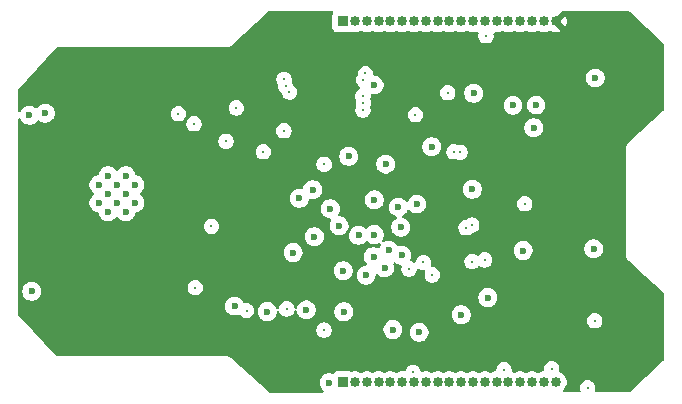
<source format=gbr>
%TF.GenerationSoftware,KiCad,Pcbnew,9.0.3*%
%TF.CreationDate,2025-08-23T20:39:02+05:00*%
%TF.ProjectId,esp-32-new,6573702d-3332-42d6-9e65-772e6b696361,rev?*%
%TF.SameCoordinates,Original*%
%TF.FileFunction,Copper,L3,Inr*%
%TF.FilePolarity,Positive*%
%FSLAX46Y46*%
G04 Gerber Fmt 4.6, Leading zero omitted, Abs format (unit mm)*
G04 Created by KiCad (PCBNEW 9.0.3) date 2025-08-23 20:39:02*
%MOMM*%
%LPD*%
G01*
G04 APERTURE LIST*
%TA.AperFunction,ComponentPad*%
%ADD10R,0.850000X0.850000*%
%TD*%
%TA.AperFunction,ComponentPad*%
%ADD11C,0.850000*%
%TD*%
%TA.AperFunction,HeatsinkPad*%
%ADD12C,0.600000*%
%TD*%
%TA.AperFunction,ViaPad*%
%ADD13C,0.600000*%
%TD*%
%TA.AperFunction,ViaPad*%
%ADD14C,0.300000*%
%TD*%
G04 APERTURE END LIST*
D10*
%TO.N,/VDD33*%
%TO.C,J2*%
X96415000Y-94050000D03*
D11*
%TO.N,/EN*%
X97415000Y-94050000D03*
%TO.N,/SENSOR_VP*%
X98415000Y-94050000D03*
X99415000Y-94050000D03*
%TO.N,/IO34*%
X100415000Y-94050000D03*
%TO.N,/IO35*%
X101415000Y-94050000D03*
%TO.N,/IO32*%
X102415000Y-94050000D03*
%TO.N,/IO33*%
X103415000Y-94050000D03*
%TO.N,/IO25*%
X104415000Y-94050000D03*
%TO.N,/IO26*%
X105415000Y-94050000D03*
%TO.N,/IO27*%
X106415000Y-94050000D03*
%TO.N,/IO14*%
X107415000Y-94050000D03*
%TO.N,/IO12*%
X108415000Y-94050000D03*
%TO.N,GND*%
X109415000Y-94050000D03*
%TO.N,/IO13*%
X110415000Y-94050000D03*
%TO.N,/SHD*%
X111415000Y-94050000D03*
%TO.N,/SWP*%
X112415000Y-94050000D03*
%TO.N,/SCS*%
X113415000Y-94050000D03*
%TO.N,/EXT_5V*%
X114415000Y-94050000D03*
%TD*%
D12*
%TO.N,GND*%
%TO.C,U1*%
X78027500Y-107110000D03*
X76502500Y-107110000D03*
X78790000Y-107872500D03*
X77265000Y-107872500D03*
X75740000Y-107872500D03*
X78027500Y-108635000D03*
X76502500Y-108635000D03*
X78790000Y-109397500D03*
X77265000Y-109397500D03*
X75740000Y-109397500D03*
X78027500Y-110160000D03*
X76502500Y-110160000D03*
%TD*%
D10*
%TO.N,GND*%
%TO.C,J3*%
X96415000Y-124590000D03*
D11*
%TO.N,/IO23*%
X97415000Y-124590000D03*
%TO.N,/IO22*%
X98415000Y-124590000D03*
%TO.N,/TXD0*%
X99415000Y-124590000D03*
%TO.N,/RXD0*%
X100415000Y-124590000D03*
%TO.N,/IO21*%
X101415000Y-124590000D03*
%TO.N,GND*%
X102415000Y-124590000D03*
%TO.N,/IO19*%
X103415000Y-124590000D03*
%TO.N,/IO18*%
X104415000Y-124590000D03*
%TO.N,/IO5*%
X105415000Y-124590000D03*
%TO.N,/IO17*%
X106415000Y-124590000D03*
%TO.N,/IO16*%
X107415000Y-124590000D03*
%TO.N,/IO4*%
X108415000Y-124590000D03*
%TO.N,/IO2*%
X109415000Y-124590000D03*
%TO.N,/IO0*%
X110415000Y-124590000D03*
%TO.N,/IO15*%
X111415000Y-124590000D03*
%TO.N,/SDI*%
X112415000Y-124590000D03*
%TO.N,/SD0*%
X113415000Y-124590000D03*
%TO.N,/SCK*%
X114415000Y-124590000D03*
%TD*%
D13*
%TO.N,Net-(U1-VDD)*%
X98990380Y-113969620D03*
X100274620Y-113415380D03*
X71200000Y-101810000D03*
%TO.N,GND*%
X110800000Y-101130000D03*
X107480000Y-100120000D03*
D14*
X117720000Y-119390000D03*
D13*
X117630000Y-113300000D03*
X107350000Y-108250000D03*
X112750000Y-101120000D03*
X96470000Y-118630000D03*
X106410000Y-118870000D03*
D14*
X108511574Y-95261574D03*
D13*
X99040000Y-99430000D03*
X95230000Y-124630000D03*
X101300000Y-111460000D03*
D14*
X117110000Y-125040000D03*
D13*
X100020000Y-106120000D03*
X117760000Y-98830000D03*
X69860000Y-101980000D03*
X111650000Y-113440000D03*
D14*
X89660000Y-105080000D03*
X86500000Y-104190000D03*
D13*
X89990000Y-118610000D03*
X70040000Y-116900000D03*
D14*
X102330000Y-123760000D03*
D13*
X93300000Y-118470000D03*
D14*
X85270000Y-111380000D03*
X111790000Y-109480000D03*
%TO.N,/EN*%
X98140000Y-98990000D03*
D13*
X96880000Y-105470000D03*
D14*
%TO.N,Net-(U2-VDD)*%
X105280000Y-100080000D03*
X102543554Y-101943554D03*
D13*
%TO.N,/EXT_5V*%
X105060000Y-102910000D03*
X90970000Y-105360000D03*
X109550000Y-120590000D03*
X94850000Y-118390000D03*
%TO.N,/VDD33*%
X100630000Y-120130000D03*
X102850000Y-120368480D03*
X96430000Y-115140000D03*
X98353069Y-115526932D03*
%TO.N,/SCS*%
X92705380Y-109014620D03*
X103910000Y-104650000D03*
X112550000Y-103050000D03*
X99060000Y-109150000D03*
X93830000Y-108300000D03*
D14*
%TO.N,/IO14*%
X91865390Y-100024554D03*
X98100000Y-101530000D03*
X87380000Y-101360000D03*
%TO.N,/SHD*%
X94810000Y-106140000D03*
%TO.N,/IO25*%
X98309106Y-98452000D03*
%TO.N,/IO13*%
X91400000Y-103300000D03*
D13*
%TO.N,/SWP*%
X93990000Y-112270000D03*
X99060000Y-112090000D03*
X97720000Y-112160000D03*
D14*
%TO.N,/IO27*%
X98130000Y-100910000D03*
X83790000Y-102710000D03*
X91544554Y-99524554D03*
%TO.N,/IO26*%
X98086446Y-100373554D03*
X82470000Y-101860000D03*
X91410000Y-98952000D03*
D13*
%TO.N,/IO0*%
X108670000Y-117420000D03*
X87220000Y-118140000D03*
X92180000Y-113610000D03*
D14*
X110040000Y-123540000D03*
X114080000Y-123430000D03*
X103961000Y-115500000D03*
%TO.N,/IO16*%
X94800000Y-120170000D03*
X83900000Y-116580000D03*
%TO.N,/IO4*%
X91640000Y-118380000D03*
X88240000Y-118520000D03*
D13*
%TO.N,Net-(Q2-B)*%
X96072500Y-111350000D03*
X95340000Y-109910000D03*
%TO.N,/DTR*%
X102666543Y-109503457D03*
X101087303Y-109762697D03*
D14*
%TO.N,Net-(U2-~{RST})*%
X106310000Y-105121523D03*
X107332000Y-114380000D03*
X108400000Y-114230000D03*
%TO.N,Net-(U2-VBUS)*%
X105810000Y-105080000D03*
D13*
%TO.N,/TXD*%
X99930380Y-114909620D03*
X101370000Y-113840000D03*
D14*
X106830000Y-111510000D03*
%TO.N,/RXD*%
X103220000Y-114440000D03*
X107310000Y-111281479D03*
X101990000Y-114990000D03*
%TD*%
%TA.AperFunction,Conductor*%
%TO.N,/EXT_5V*%
G36*
X95456026Y-93172271D02*
G01*
X95523057Y-93191977D01*
X95568795Y-93244796D01*
X95578716Y-93313958D01*
X95555254Y-93370577D01*
X95546207Y-93382662D01*
X95546202Y-93382671D01*
X95495908Y-93517517D01*
X95489501Y-93577116D01*
X95489500Y-93577135D01*
X95489500Y-94522870D01*
X95489501Y-94522876D01*
X95495908Y-94582483D01*
X95546202Y-94717328D01*
X95546206Y-94717335D01*
X95632452Y-94832544D01*
X95632455Y-94832547D01*
X95747664Y-94918793D01*
X95747671Y-94918797D01*
X95882517Y-94969091D01*
X95882516Y-94969091D01*
X95889444Y-94969835D01*
X95942127Y-94975500D01*
X96887872Y-94975499D01*
X96947483Y-94969091D01*
X97042768Y-94933551D01*
X97112457Y-94928568D01*
X97133551Y-94935173D01*
X97145042Y-94939933D01*
X97145044Y-94939933D01*
X97145046Y-94939934D01*
X97323843Y-94975500D01*
X97323846Y-94975500D01*
X97506156Y-94975500D01*
X97635173Y-94949836D01*
X97684958Y-94939933D01*
X97853389Y-94870167D01*
X97853394Y-94870163D01*
X97856541Y-94868482D01*
X97858386Y-94868097D01*
X97859018Y-94867836D01*
X97859067Y-94867955D01*
X97924943Y-94854236D01*
X97973459Y-94868482D01*
X97976615Y-94870169D01*
X98145037Y-94939931D01*
X98145042Y-94939933D01*
X98145046Y-94939933D01*
X98145047Y-94939934D01*
X98323843Y-94975500D01*
X98323846Y-94975500D01*
X98506156Y-94975500D01*
X98635173Y-94949836D01*
X98684958Y-94939933D01*
X98853389Y-94870167D01*
X98853394Y-94870163D01*
X98856541Y-94868482D01*
X98858386Y-94868097D01*
X98859018Y-94867836D01*
X98859067Y-94867955D01*
X98924943Y-94854236D01*
X98973459Y-94868482D01*
X98976615Y-94870169D01*
X99145037Y-94939931D01*
X99145042Y-94939933D01*
X99145046Y-94939933D01*
X99145047Y-94939934D01*
X99323843Y-94975500D01*
X99323846Y-94975500D01*
X99506156Y-94975500D01*
X99635173Y-94949836D01*
X99684958Y-94939933D01*
X99853389Y-94870167D01*
X99853394Y-94870163D01*
X99856541Y-94868482D01*
X99858386Y-94868097D01*
X99859018Y-94867836D01*
X99859067Y-94867955D01*
X99924943Y-94854236D01*
X99973459Y-94868482D01*
X99976615Y-94870169D01*
X100145037Y-94939931D01*
X100145042Y-94939933D01*
X100145046Y-94939933D01*
X100145047Y-94939934D01*
X100323843Y-94975500D01*
X100323846Y-94975500D01*
X100506156Y-94975500D01*
X100635173Y-94949836D01*
X100684958Y-94939933D01*
X100853389Y-94870167D01*
X100853394Y-94870163D01*
X100856541Y-94868482D01*
X100858386Y-94868097D01*
X100859018Y-94867836D01*
X100859067Y-94867955D01*
X100924943Y-94854236D01*
X100973459Y-94868482D01*
X100976615Y-94870169D01*
X101145037Y-94939931D01*
X101145042Y-94939933D01*
X101145046Y-94939933D01*
X101145047Y-94939934D01*
X101323843Y-94975500D01*
X101323846Y-94975500D01*
X101506156Y-94975500D01*
X101635173Y-94949836D01*
X101684958Y-94939933D01*
X101853389Y-94870167D01*
X101853394Y-94870163D01*
X101856541Y-94868482D01*
X101858386Y-94868097D01*
X101859018Y-94867836D01*
X101859067Y-94867955D01*
X101924943Y-94854236D01*
X101973459Y-94868482D01*
X101976615Y-94870169D01*
X102145037Y-94939931D01*
X102145042Y-94939933D01*
X102145046Y-94939933D01*
X102145047Y-94939934D01*
X102323843Y-94975500D01*
X102323846Y-94975500D01*
X102506156Y-94975500D01*
X102635173Y-94949836D01*
X102684958Y-94939933D01*
X102853389Y-94870167D01*
X102853394Y-94870163D01*
X102856541Y-94868482D01*
X102858386Y-94868097D01*
X102859018Y-94867836D01*
X102859067Y-94867955D01*
X102924943Y-94854236D01*
X102973459Y-94868482D01*
X102976615Y-94870169D01*
X103145037Y-94939931D01*
X103145042Y-94939933D01*
X103145046Y-94939933D01*
X103145047Y-94939934D01*
X103323843Y-94975500D01*
X103323846Y-94975500D01*
X103506156Y-94975500D01*
X103635173Y-94949836D01*
X103684958Y-94939933D01*
X103853389Y-94870167D01*
X103853394Y-94870163D01*
X103856541Y-94868482D01*
X103858386Y-94868097D01*
X103859018Y-94867836D01*
X103859067Y-94867955D01*
X103924943Y-94854236D01*
X103973459Y-94868482D01*
X103976615Y-94870169D01*
X104145037Y-94939931D01*
X104145042Y-94939933D01*
X104145046Y-94939933D01*
X104145047Y-94939934D01*
X104323843Y-94975500D01*
X104323846Y-94975500D01*
X104506156Y-94975500D01*
X104635173Y-94949836D01*
X104684958Y-94939933D01*
X104853389Y-94870167D01*
X104853394Y-94870163D01*
X104856541Y-94868482D01*
X104858386Y-94868097D01*
X104859018Y-94867836D01*
X104859067Y-94867955D01*
X104924943Y-94854236D01*
X104973459Y-94868482D01*
X104976615Y-94870169D01*
X105145037Y-94939931D01*
X105145042Y-94939933D01*
X105145046Y-94939933D01*
X105145047Y-94939934D01*
X105323843Y-94975500D01*
X105323846Y-94975500D01*
X105506156Y-94975500D01*
X105635173Y-94949836D01*
X105684958Y-94939933D01*
X105853389Y-94870167D01*
X105853394Y-94870163D01*
X105856541Y-94868482D01*
X105858386Y-94868097D01*
X105859018Y-94867836D01*
X105859067Y-94867955D01*
X105924943Y-94854236D01*
X105973459Y-94868482D01*
X105976615Y-94870169D01*
X106145037Y-94939931D01*
X106145042Y-94939933D01*
X106145046Y-94939933D01*
X106145047Y-94939934D01*
X106323843Y-94975500D01*
X106323846Y-94975500D01*
X106506156Y-94975500D01*
X106635173Y-94949836D01*
X106684958Y-94939933D01*
X106853389Y-94870167D01*
X106853394Y-94870163D01*
X106856541Y-94868482D01*
X106858386Y-94868097D01*
X106859018Y-94867836D01*
X106859067Y-94867955D01*
X106924943Y-94854236D01*
X106973459Y-94868482D01*
X106976615Y-94870169D01*
X107145037Y-94939931D01*
X107145042Y-94939933D01*
X107145046Y-94939933D01*
X107145047Y-94939934D01*
X107323843Y-94975500D01*
X107323846Y-94975500D01*
X107506156Y-94975500D01*
X107635173Y-94949836D01*
X107684958Y-94939933D01*
X107718516Y-94926032D01*
X107787982Y-94918563D01*
X107850462Y-94949836D01*
X107886116Y-95009924D01*
X107884899Y-95065386D01*
X107887261Y-95065856D01*
X107861074Y-95197502D01*
X107861074Y-95197503D01*
X107861074Y-95197505D01*
X107861074Y-95325643D01*
X107861074Y-95325645D01*
X107861073Y-95325645D01*
X107886071Y-95451312D01*
X107886073Y-95451318D01*
X107935107Y-95569698D01*
X107935112Y-95569707D01*
X108006297Y-95676242D01*
X108006300Y-95676246D01*
X108096901Y-95766847D01*
X108096905Y-95766850D01*
X108203440Y-95838035D01*
X108203446Y-95838038D01*
X108203447Y-95838039D01*
X108321830Y-95887075D01*
X108321834Y-95887075D01*
X108321835Y-95887076D01*
X108447502Y-95912074D01*
X108447505Y-95912074D01*
X108575645Y-95912074D01*
X108660189Y-95895256D01*
X108701318Y-95887075D01*
X108819701Y-95838039D01*
X108926243Y-95766850D01*
X109016850Y-95676243D01*
X109088039Y-95569701D01*
X109137075Y-95451318D01*
X109156783Y-95352242D01*
X109162074Y-95325645D01*
X109162074Y-95197503D01*
X109145635Y-95114865D01*
X109151862Y-95045273D01*
X109194724Y-94990095D01*
X109260613Y-94966850D01*
X109291444Y-94969055D01*
X109323844Y-94975500D01*
X109323846Y-94975500D01*
X109506156Y-94975500D01*
X109635173Y-94949836D01*
X109684958Y-94939933D01*
X109853389Y-94870167D01*
X109853394Y-94870163D01*
X109856541Y-94868482D01*
X109858386Y-94868097D01*
X109859018Y-94867836D01*
X109859067Y-94867955D01*
X109924943Y-94854236D01*
X109973459Y-94868482D01*
X109976615Y-94870169D01*
X110145037Y-94939931D01*
X110145042Y-94939933D01*
X110145046Y-94939933D01*
X110145047Y-94939934D01*
X110323843Y-94975500D01*
X110323846Y-94975500D01*
X110506156Y-94975500D01*
X110635173Y-94949836D01*
X110684958Y-94939933D01*
X110853389Y-94870167D01*
X110853394Y-94870163D01*
X110856541Y-94868482D01*
X110858386Y-94868097D01*
X110859018Y-94867836D01*
X110859067Y-94867955D01*
X110924943Y-94854236D01*
X110973459Y-94868482D01*
X110976615Y-94870169D01*
X111145037Y-94939931D01*
X111145042Y-94939933D01*
X111145046Y-94939933D01*
X111145047Y-94939934D01*
X111323843Y-94975500D01*
X111323846Y-94975500D01*
X111506156Y-94975500D01*
X111635173Y-94949836D01*
X111684958Y-94939933D01*
X111853389Y-94870167D01*
X111853394Y-94870163D01*
X111856541Y-94868482D01*
X111858386Y-94868097D01*
X111859018Y-94867836D01*
X111859067Y-94867955D01*
X111924943Y-94854236D01*
X111973459Y-94868482D01*
X111976615Y-94870169D01*
X112145037Y-94939931D01*
X112145042Y-94939933D01*
X112145046Y-94939933D01*
X112145047Y-94939934D01*
X112323843Y-94975500D01*
X112323846Y-94975500D01*
X112506156Y-94975500D01*
X112635173Y-94949836D01*
X112684958Y-94939933D01*
X112853389Y-94870167D01*
X112853394Y-94870163D01*
X112856541Y-94868482D01*
X112858386Y-94868097D01*
X112859018Y-94867836D01*
X112859067Y-94867955D01*
X112924943Y-94854236D01*
X112973459Y-94868482D01*
X112976615Y-94870169D01*
X113145037Y-94939931D01*
X113145042Y-94939933D01*
X113145046Y-94939933D01*
X113145047Y-94939934D01*
X113323843Y-94975500D01*
X113323846Y-94975500D01*
X113506156Y-94975500D01*
X113635173Y-94949836D01*
X113684958Y-94939933D01*
X113853389Y-94870167D01*
X113853399Y-94870160D01*
X113857061Y-94868203D01*
X113925462Y-94853950D01*
X113973992Y-94868198D01*
X113976854Y-94869728D01*
X114145182Y-94939451D01*
X114145194Y-94939454D01*
X114323890Y-94974999D01*
X114323894Y-94975000D01*
X114506106Y-94975000D01*
X114506109Y-94974999D01*
X114684805Y-94939454D01*
X114684813Y-94939452D01*
X114853151Y-94869724D01*
X114853152Y-94869724D01*
X114869948Y-94858500D01*
X114356191Y-94344745D01*
X114352386Y-94337777D01*
X114345946Y-94333133D01*
X114335879Y-94307547D01*
X114322706Y-94283422D01*
X114322696Y-94282364D01*
X114365272Y-94300000D01*
X114464728Y-94300000D01*
X114556614Y-94261940D01*
X114626940Y-94191614D01*
X114665000Y-94099728D01*
X114665000Y-94049999D01*
X114768553Y-94049999D01*
X114768553Y-94050001D01*
X115223500Y-94504948D01*
X115223500Y-94504947D01*
X115234723Y-94488154D01*
X115234724Y-94488151D01*
X115304452Y-94319813D01*
X115304454Y-94319805D01*
X115339999Y-94141109D01*
X115340000Y-94141106D01*
X115340000Y-93958894D01*
X115339999Y-93958890D01*
X115304454Y-93780194D01*
X115304451Y-93780182D01*
X115234728Y-93611855D01*
X115234725Y-93611849D01*
X115223500Y-93595050D01*
X114768553Y-94049999D01*
X114665000Y-94049999D01*
X114665000Y-94000272D01*
X114626940Y-93908386D01*
X114556614Y-93838060D01*
X114464728Y-93800000D01*
X114365272Y-93800000D01*
X114326836Y-93815920D01*
X114328482Y-93797535D01*
X114356191Y-93755253D01*
X114896526Y-93214919D01*
X114957849Y-93181434D01*
X114984238Y-93178600D01*
X120594036Y-93180419D01*
X120661069Y-93200125D01*
X120678544Y-93213712D01*
X120736201Y-93267454D01*
X123540049Y-95880916D01*
X123575666Y-95941025D01*
X123579500Y-95971622D01*
X123579500Y-101561088D01*
X123559815Y-101628127D01*
X123538259Y-101653430D01*
X120614294Y-104273963D01*
X120604697Y-104282564D01*
X120592686Y-104289500D01*
X120555766Y-104326418D01*
X120553241Y-104328682D01*
X120553238Y-104328683D01*
X120516893Y-104361257D01*
X120516886Y-104361266D01*
X120516347Y-104362093D01*
X120500211Y-104381974D01*
X120499499Y-104382686D01*
X120475094Y-104424956D01*
X120471548Y-104430728D01*
X120444861Y-104471616D01*
X120444860Y-104471616D01*
X120444554Y-104472551D01*
X120440543Y-104484801D01*
X120433608Y-104496814D01*
X120420100Y-104547224D01*
X120419040Y-104550462D01*
X120403847Y-104596857D01*
X120403793Y-104597841D01*
X120403089Y-104610710D01*
X120399500Y-104624108D01*
X120399500Y-104676309D01*
X120396647Y-104728444D01*
X120396849Y-104729408D01*
X120399500Y-104754908D01*
X120399500Y-113897979D01*
X120396647Y-113911556D01*
X120399500Y-113963690D01*
X120399500Y-114015894D01*
X120399755Y-114016846D01*
X120403793Y-114042149D01*
X120403847Y-114043142D01*
X120403847Y-114043143D01*
X120419039Y-114089533D01*
X120420098Y-114092766D01*
X120433608Y-114143186D01*
X120440543Y-114155198D01*
X120444554Y-114167445D01*
X120444860Y-114168380D01*
X120444864Y-114168389D01*
X120471540Y-114209258D01*
X120475085Y-114215027D01*
X120499500Y-114257314D01*
X120499502Y-114257316D01*
X120500194Y-114258008D01*
X120516350Y-114277911D01*
X120516888Y-114278736D01*
X120516890Y-114278738D01*
X120516891Y-114278739D01*
X120516892Y-114278740D01*
X120555765Y-114313579D01*
X120592686Y-114350500D01*
X120604699Y-114357436D01*
X120614295Y-114366036D01*
X120614296Y-114366037D01*
X121997585Y-115605776D01*
X123538260Y-116986569D01*
X123575045Y-117045970D01*
X123579500Y-117078910D01*
X123579500Y-122668376D01*
X123559815Y-122735415D01*
X123540048Y-122759083D01*
X120678544Y-125426286D01*
X120616082Y-125457596D01*
X120594036Y-125459579D01*
X117825547Y-125460476D01*
X117758501Y-125440813D01*
X117712729Y-125388024D01*
X117702763Y-125318869D01*
X117710943Y-125289030D01*
X117735501Y-125229744D01*
X117753295Y-125140289D01*
X117760500Y-125104071D01*
X117760500Y-124975928D01*
X117735502Y-124850261D01*
X117735501Y-124850260D01*
X117735501Y-124850256D01*
X117686465Y-124731873D01*
X117686464Y-124731872D01*
X117686461Y-124731866D01*
X117615276Y-124625331D01*
X117615273Y-124625327D01*
X117524672Y-124534726D01*
X117524668Y-124534723D01*
X117418133Y-124463538D01*
X117418124Y-124463533D01*
X117299744Y-124414499D01*
X117299738Y-124414497D01*
X117174071Y-124389500D01*
X117174069Y-124389500D01*
X117045931Y-124389500D01*
X117045929Y-124389500D01*
X116920261Y-124414497D01*
X116920255Y-124414499D01*
X116801875Y-124463533D01*
X116801866Y-124463538D01*
X116695331Y-124534723D01*
X116695327Y-124534726D01*
X116604726Y-124625327D01*
X116604723Y-124625331D01*
X116533538Y-124731866D01*
X116533533Y-124731875D01*
X116484499Y-124850255D01*
X116484497Y-124850261D01*
X116459500Y-124975928D01*
X116459500Y-124975931D01*
X116459500Y-125104069D01*
X116459500Y-125104071D01*
X116459499Y-125104071D01*
X116484497Y-125229738D01*
X116484500Y-125229748D01*
X116509245Y-125289488D01*
X116516714Y-125358957D01*
X116485438Y-125421436D01*
X116425349Y-125457088D01*
X116394724Y-125460940D01*
X115151914Y-125461343D01*
X115084868Y-125441680D01*
X115039096Y-125388891D01*
X115029130Y-125319736D01*
X115058135Y-125256171D01*
X115064179Y-125249675D01*
X115133883Y-125179972D01*
X115235167Y-125028389D01*
X115304933Y-124859958D01*
X115334992Y-124708846D01*
X115340500Y-124681156D01*
X115340500Y-124498843D01*
X115304934Y-124320047D01*
X115304933Y-124320046D01*
X115304933Y-124320042D01*
X115304931Y-124320037D01*
X115235168Y-124151612D01*
X115235166Y-124151608D01*
X115133886Y-124000032D01*
X115133880Y-124000024D01*
X115004975Y-123871119D01*
X115004967Y-123871113D01*
X114853390Y-123769833D01*
X114783194Y-123740757D01*
X114728791Y-123696916D01*
X114706726Y-123630622D01*
X114709030Y-123602004D01*
X114730500Y-123494071D01*
X114730500Y-123365928D01*
X114705502Y-123240261D01*
X114705501Y-123240260D01*
X114705501Y-123240256D01*
X114667574Y-123148692D01*
X114656466Y-123121875D01*
X114656461Y-123121866D01*
X114585276Y-123015331D01*
X114585273Y-123015327D01*
X114494672Y-122924726D01*
X114494668Y-122924723D01*
X114388133Y-122853538D01*
X114388124Y-122853533D01*
X114269744Y-122804499D01*
X114269738Y-122804497D01*
X114144071Y-122779500D01*
X114144069Y-122779500D01*
X114015931Y-122779500D01*
X114015929Y-122779500D01*
X113890261Y-122804497D01*
X113890255Y-122804499D01*
X113771875Y-122853533D01*
X113771866Y-122853538D01*
X113665331Y-122924723D01*
X113665327Y-122924726D01*
X113574726Y-123015327D01*
X113574723Y-123015331D01*
X113503538Y-123121866D01*
X113503533Y-123121875D01*
X113454499Y-123240255D01*
X113454497Y-123240261D01*
X113429500Y-123365928D01*
X113429500Y-123365931D01*
X113429500Y-123494069D01*
X113429500Y-123494071D01*
X113429499Y-123494071D01*
X113434028Y-123516838D01*
X113427799Y-123586429D01*
X113384934Y-123641605D01*
X113329660Y-123662502D01*
X113329821Y-123663311D01*
X113324971Y-123664275D01*
X113324566Y-123664429D01*
X113323842Y-123664500D01*
X113145047Y-123700065D01*
X113145041Y-123700067D01*
X112976605Y-123769835D01*
X112973444Y-123771525D01*
X112971600Y-123771908D01*
X112970984Y-123772164D01*
X112970935Y-123772047D01*
X112905040Y-123785761D01*
X112856556Y-123771525D01*
X112853394Y-123769835D01*
X112684958Y-123700067D01*
X112684952Y-123700065D01*
X112506156Y-123664500D01*
X112506154Y-123664500D01*
X112323846Y-123664500D01*
X112323844Y-123664500D01*
X112145047Y-123700065D01*
X112145041Y-123700067D01*
X111976605Y-123769835D01*
X111973444Y-123771525D01*
X111971600Y-123771908D01*
X111970984Y-123772164D01*
X111970935Y-123772047D01*
X111905040Y-123785761D01*
X111856556Y-123771525D01*
X111853394Y-123769835D01*
X111684958Y-123700067D01*
X111684952Y-123700065D01*
X111506156Y-123664500D01*
X111506154Y-123664500D01*
X111323846Y-123664500D01*
X111323844Y-123664500D01*
X111145047Y-123700065D01*
X111145041Y-123700067D01*
X110976605Y-123769835D01*
X110973444Y-123771525D01*
X110971600Y-123771908D01*
X110971067Y-123772129D01*
X110969548Y-123773520D01*
X110937171Y-123779073D01*
X110905040Y-123785761D01*
X110902222Y-123785069D01*
X110900684Y-123785333D01*
X110891142Y-123782347D01*
X110866563Y-123776310D01*
X110857026Y-123772263D01*
X110853389Y-123769833D01*
X110765772Y-123733541D01*
X110765178Y-123733289D01*
X110738561Y-123711459D01*
X110711758Y-123689860D01*
X110711582Y-123689333D01*
X110711154Y-123688982D01*
X110700577Y-123656265D01*
X110689694Y-123623566D01*
X110689721Y-123622687D01*
X110689661Y-123622500D01*
X110689736Y-123622215D01*
X110690213Y-123606979D01*
X110690500Y-123604066D01*
X110690500Y-123475928D01*
X110665502Y-123350261D01*
X110665501Y-123350260D01*
X110665501Y-123350256D01*
X110622628Y-123246751D01*
X110616466Y-123231875D01*
X110616461Y-123231866D01*
X110545276Y-123125331D01*
X110545273Y-123125327D01*
X110454672Y-123034726D01*
X110454668Y-123034723D01*
X110348133Y-122963538D01*
X110348124Y-122963533D01*
X110229744Y-122914499D01*
X110229738Y-122914497D01*
X110104071Y-122889500D01*
X110104069Y-122889500D01*
X109975931Y-122889500D01*
X109975929Y-122889500D01*
X109850261Y-122914497D01*
X109850255Y-122914499D01*
X109731875Y-122963533D01*
X109731866Y-122963538D01*
X109625331Y-123034723D01*
X109625327Y-123034726D01*
X109534726Y-123125327D01*
X109534723Y-123125331D01*
X109463538Y-123231866D01*
X109463533Y-123231875D01*
X109414499Y-123350255D01*
X109414497Y-123350261D01*
X109389500Y-123475928D01*
X109389500Y-123549676D01*
X109369815Y-123616715D01*
X109317011Y-123662470D01*
X109289692Y-123671293D01*
X109145047Y-123700065D01*
X109145041Y-123700067D01*
X108976605Y-123769835D01*
X108973444Y-123771525D01*
X108971600Y-123771908D01*
X108970984Y-123772164D01*
X108970935Y-123772047D01*
X108905040Y-123785761D01*
X108856556Y-123771525D01*
X108853394Y-123769835D01*
X108684958Y-123700067D01*
X108684952Y-123700065D01*
X108506156Y-123664500D01*
X108506154Y-123664500D01*
X108323846Y-123664500D01*
X108323844Y-123664500D01*
X108145047Y-123700065D01*
X108145041Y-123700067D01*
X107976605Y-123769835D01*
X107973444Y-123771525D01*
X107971600Y-123771908D01*
X107970984Y-123772164D01*
X107970935Y-123772047D01*
X107905040Y-123785761D01*
X107856556Y-123771525D01*
X107853394Y-123769835D01*
X107684958Y-123700067D01*
X107684952Y-123700065D01*
X107506156Y-123664500D01*
X107506154Y-123664500D01*
X107323846Y-123664500D01*
X107323844Y-123664500D01*
X107145047Y-123700065D01*
X107145041Y-123700067D01*
X106976605Y-123769835D01*
X106973444Y-123771525D01*
X106971600Y-123771908D01*
X106970984Y-123772164D01*
X106970935Y-123772047D01*
X106905040Y-123785761D01*
X106856556Y-123771525D01*
X106853394Y-123769835D01*
X106684958Y-123700067D01*
X106684952Y-123700065D01*
X106506156Y-123664500D01*
X106506154Y-123664500D01*
X106323846Y-123664500D01*
X106323844Y-123664500D01*
X106145047Y-123700065D01*
X106145041Y-123700067D01*
X105976605Y-123769835D01*
X105973444Y-123771525D01*
X105971600Y-123771908D01*
X105970984Y-123772164D01*
X105970935Y-123772047D01*
X105905040Y-123785761D01*
X105856556Y-123771525D01*
X105853394Y-123769835D01*
X105684958Y-123700067D01*
X105684952Y-123700065D01*
X105506156Y-123664500D01*
X105506154Y-123664500D01*
X105323846Y-123664500D01*
X105323844Y-123664500D01*
X105145047Y-123700065D01*
X105145041Y-123700067D01*
X104976605Y-123769835D01*
X104973444Y-123771525D01*
X104971600Y-123771908D01*
X104970984Y-123772164D01*
X104970935Y-123772047D01*
X104905040Y-123785761D01*
X104856556Y-123771525D01*
X104853394Y-123769835D01*
X104684958Y-123700067D01*
X104684952Y-123700065D01*
X104506156Y-123664500D01*
X104506154Y-123664500D01*
X104323846Y-123664500D01*
X104323844Y-123664500D01*
X104145047Y-123700065D01*
X104145041Y-123700067D01*
X103976605Y-123769835D01*
X103973444Y-123771525D01*
X103971600Y-123771908D01*
X103970984Y-123772164D01*
X103970935Y-123772047D01*
X103905040Y-123785761D01*
X103856556Y-123771525D01*
X103853394Y-123769835D01*
X103684958Y-123700067D01*
X103684952Y-123700065D01*
X103506156Y-123664500D01*
X103506154Y-123664500D01*
X103323846Y-123664500D01*
X103323844Y-123664500D01*
X103145047Y-123700065D01*
X103145033Y-123700069D01*
X103133374Y-123704899D01*
X103063905Y-123712366D01*
X103001427Y-123681089D01*
X102965776Y-123621000D01*
X102964308Y-123614529D01*
X102955502Y-123570261D01*
X102955501Y-123570260D01*
X102955501Y-123570256D01*
X102906465Y-123451873D01*
X102906464Y-123451872D01*
X102906461Y-123451866D01*
X102835276Y-123345331D01*
X102835273Y-123345327D01*
X102744672Y-123254726D01*
X102744668Y-123254723D01*
X102638133Y-123183538D01*
X102638124Y-123183533D01*
X102519744Y-123134499D01*
X102519738Y-123134497D01*
X102394071Y-123109500D01*
X102394069Y-123109500D01*
X102265931Y-123109500D01*
X102265929Y-123109500D01*
X102140261Y-123134497D01*
X102140255Y-123134499D01*
X102021875Y-123183533D01*
X102021866Y-123183538D01*
X101915331Y-123254723D01*
X101915327Y-123254726D01*
X101824726Y-123345327D01*
X101824723Y-123345331D01*
X101753538Y-123451866D01*
X101753533Y-123451875D01*
X101704499Y-123570255D01*
X101704497Y-123570261D01*
X101703106Y-123577255D01*
X101670717Y-123639164D01*
X101609999Y-123673734D01*
X101557298Y-123674673D01*
X101506156Y-123664500D01*
X101506154Y-123664500D01*
X101323846Y-123664500D01*
X101323844Y-123664500D01*
X101145047Y-123700065D01*
X101145041Y-123700067D01*
X100976605Y-123769835D01*
X100973444Y-123771525D01*
X100971600Y-123771908D01*
X100970984Y-123772164D01*
X100970935Y-123772047D01*
X100905040Y-123785761D01*
X100856556Y-123771525D01*
X100853394Y-123769835D01*
X100684958Y-123700067D01*
X100684952Y-123700065D01*
X100506156Y-123664500D01*
X100506154Y-123664500D01*
X100323846Y-123664500D01*
X100323844Y-123664500D01*
X100145047Y-123700065D01*
X100145041Y-123700067D01*
X99976605Y-123769835D01*
X99973444Y-123771525D01*
X99971600Y-123771908D01*
X99970984Y-123772164D01*
X99970935Y-123772047D01*
X99905040Y-123785761D01*
X99856556Y-123771525D01*
X99853394Y-123769835D01*
X99684958Y-123700067D01*
X99684952Y-123700065D01*
X99506156Y-123664500D01*
X99506154Y-123664500D01*
X99323846Y-123664500D01*
X99323844Y-123664500D01*
X99145047Y-123700065D01*
X99145041Y-123700067D01*
X98976605Y-123769835D01*
X98973444Y-123771525D01*
X98971600Y-123771908D01*
X98970984Y-123772164D01*
X98970935Y-123772047D01*
X98905040Y-123785761D01*
X98856556Y-123771525D01*
X98853394Y-123769835D01*
X98684958Y-123700067D01*
X98684952Y-123700065D01*
X98506156Y-123664500D01*
X98506154Y-123664500D01*
X98323846Y-123664500D01*
X98323844Y-123664500D01*
X98145047Y-123700065D01*
X98145041Y-123700067D01*
X97976605Y-123769835D01*
X97973444Y-123771525D01*
X97971600Y-123771908D01*
X97970984Y-123772164D01*
X97970935Y-123772047D01*
X97905040Y-123785761D01*
X97856556Y-123771525D01*
X97853394Y-123769835D01*
X97684958Y-123700067D01*
X97684952Y-123700065D01*
X97506156Y-123664500D01*
X97506154Y-123664500D01*
X97323846Y-123664500D01*
X97323844Y-123664500D01*
X97145047Y-123700065D01*
X97145034Y-123700069D01*
X97133545Y-123704828D01*
X97064076Y-123712294D01*
X97042765Y-123706447D01*
X97038424Y-123704828D01*
X96957575Y-123674673D01*
X96947481Y-123670908D01*
X96947483Y-123670908D01*
X96887883Y-123664501D01*
X96887881Y-123664500D01*
X96887873Y-123664500D01*
X96887864Y-123664500D01*
X95942129Y-123664500D01*
X95942123Y-123664501D01*
X95882516Y-123670908D01*
X95747671Y-123721202D01*
X95747664Y-123721206D01*
X95632457Y-123807451D01*
X95632450Y-123807457D01*
X95620013Y-123824072D01*
X95564078Y-123865943D01*
X95494387Y-123870926D01*
X95473301Y-123864324D01*
X95463497Y-123860263D01*
X95463493Y-123860262D01*
X95463488Y-123860260D01*
X95308845Y-123829500D01*
X95308842Y-123829500D01*
X95151158Y-123829500D01*
X95151155Y-123829500D01*
X94996510Y-123860261D01*
X94996498Y-123860264D01*
X94850827Y-123920602D01*
X94850814Y-123920609D01*
X94719711Y-124008210D01*
X94719707Y-124008213D01*
X94608213Y-124119707D01*
X94608210Y-124119711D01*
X94520609Y-124250814D01*
X94520602Y-124250827D01*
X94460264Y-124396498D01*
X94460261Y-124396510D01*
X94429500Y-124551153D01*
X94429500Y-124708846D01*
X94460261Y-124863489D01*
X94460264Y-124863501D01*
X94520602Y-125009172D01*
X94520609Y-125009185D01*
X94608210Y-125140288D01*
X94608213Y-125140292D01*
X94724018Y-125256097D01*
X94722027Y-125258087D01*
X94754580Y-125305831D01*
X94756482Y-125375675D01*
X94720322Y-125435460D01*
X94657580Y-125466204D01*
X94636638Y-125467992D01*
X90229132Y-125469421D01*
X90162086Y-125449758D01*
X90146260Y-125437697D01*
X86916851Y-122538783D01*
X86916850Y-122538782D01*
X86914367Y-122536553D01*
X86877314Y-122499500D01*
X86865477Y-122492665D01*
X86855848Y-122484022D01*
X86855305Y-122483534D01*
X86855302Y-122483533D01*
X86855301Y-122483532D01*
X86808567Y-122459809D01*
X86763186Y-122433608D01*
X86749984Y-122430070D01*
X86738447Y-122424214D01*
X86738445Y-122424212D01*
X86737795Y-122423882D01*
X86737791Y-122423881D01*
X86721487Y-122420441D01*
X86689774Y-122413751D01*
X86683292Y-122412200D01*
X86635893Y-122399500D01*
X86635892Y-122399500D01*
X86622221Y-122399500D01*
X86608844Y-122396678D01*
X86556518Y-122399500D01*
X72223586Y-122399500D01*
X72156547Y-122379815D01*
X72132434Y-122359567D01*
X70172132Y-120234071D01*
X94149499Y-120234071D01*
X94174497Y-120359738D01*
X94174499Y-120359744D01*
X94223533Y-120478124D01*
X94223538Y-120478133D01*
X94294723Y-120584668D01*
X94294726Y-120584672D01*
X94385327Y-120675273D01*
X94385331Y-120675276D01*
X94491866Y-120746461D01*
X94491875Y-120746466D01*
X94494770Y-120747665D01*
X94610256Y-120795501D01*
X94610260Y-120795501D01*
X94610261Y-120795502D01*
X94735928Y-120820500D01*
X94735931Y-120820500D01*
X94864071Y-120820500D01*
X94948615Y-120803682D01*
X94989744Y-120795501D01*
X95108127Y-120746465D01*
X95214669Y-120675276D01*
X95305276Y-120584669D01*
X95376465Y-120478127D01*
X95425501Y-120359744D01*
X95439447Y-120289633D01*
X95450500Y-120234071D01*
X95450500Y-120105928D01*
X95450499Y-120105926D01*
X95443206Y-120069257D01*
X95439604Y-120051153D01*
X99829500Y-120051153D01*
X99829500Y-120208846D01*
X99860261Y-120363489D01*
X99860264Y-120363501D01*
X99920602Y-120509172D01*
X99920609Y-120509185D01*
X100008210Y-120640288D01*
X100008213Y-120640292D01*
X100119707Y-120751786D01*
X100119711Y-120751789D01*
X100250814Y-120839390D01*
X100250827Y-120839397D01*
X100396498Y-120899735D01*
X100396503Y-120899737D01*
X100551153Y-120930499D01*
X100551156Y-120930500D01*
X100551158Y-120930500D01*
X100708844Y-120930500D01*
X100708845Y-120930499D01*
X100863497Y-120899737D01*
X101009179Y-120839394D01*
X101140289Y-120751789D01*
X101251789Y-120640289D01*
X101339394Y-120509179D01*
X101399737Y-120363497D01*
X101414430Y-120289633D01*
X102049500Y-120289633D01*
X102049500Y-120447326D01*
X102080261Y-120601969D01*
X102080264Y-120601981D01*
X102140602Y-120747652D01*
X102140609Y-120747665D01*
X102228210Y-120878768D01*
X102228213Y-120878772D01*
X102339707Y-120990266D01*
X102339711Y-120990269D01*
X102470814Y-121077870D01*
X102470827Y-121077877D01*
X102616498Y-121138215D01*
X102616503Y-121138217D01*
X102771153Y-121168979D01*
X102771156Y-121168980D01*
X102771158Y-121168980D01*
X102928844Y-121168980D01*
X102928845Y-121168979D01*
X103083497Y-121138217D01*
X103229179Y-121077874D01*
X103360289Y-120990269D01*
X103471789Y-120878769D01*
X103559394Y-120747659D01*
X103619737Y-120601977D01*
X103650500Y-120447322D01*
X103650500Y-120289638D01*
X103650500Y-120289635D01*
X103650499Y-120289633D01*
X103639447Y-120234071D01*
X103619737Y-120134983D01*
X103619735Y-120134978D01*
X103559397Y-119989307D01*
X103559390Y-119989294D01*
X103471789Y-119858191D01*
X103471786Y-119858187D01*
X103360292Y-119746693D01*
X103360288Y-119746690D01*
X103229185Y-119659089D01*
X103229172Y-119659082D01*
X103083501Y-119598744D01*
X103083489Y-119598741D01*
X102928845Y-119567980D01*
X102928842Y-119567980D01*
X102771158Y-119567980D01*
X102771155Y-119567980D01*
X102616510Y-119598741D01*
X102616498Y-119598744D01*
X102470827Y-119659082D01*
X102470814Y-119659089D01*
X102339711Y-119746690D01*
X102339707Y-119746693D01*
X102228213Y-119858187D01*
X102228210Y-119858191D01*
X102140609Y-119989294D01*
X102140602Y-119989307D01*
X102080264Y-120134978D01*
X102080261Y-120134990D01*
X102049500Y-120289633D01*
X101414430Y-120289633D01*
X101420453Y-120259354D01*
X101420453Y-120259353D01*
X101430499Y-120208846D01*
X101430500Y-120208844D01*
X101430500Y-120051155D01*
X101430499Y-120051153D01*
X101428380Y-120040500D01*
X101399737Y-119896503D01*
X101361700Y-119804672D01*
X101339397Y-119750827D01*
X101339390Y-119750814D01*
X101251789Y-119619711D01*
X101251786Y-119619707D01*
X101140292Y-119508213D01*
X101140288Y-119508210D01*
X101009185Y-119420609D01*
X101009172Y-119420602D01*
X100863501Y-119360264D01*
X100863489Y-119360261D01*
X100708845Y-119329500D01*
X100708842Y-119329500D01*
X100551158Y-119329500D01*
X100551155Y-119329500D01*
X100396510Y-119360261D01*
X100396498Y-119360264D01*
X100250827Y-119420602D01*
X100250814Y-119420609D01*
X100119711Y-119508210D01*
X100119707Y-119508213D01*
X100008213Y-119619707D01*
X100008210Y-119619711D01*
X99920609Y-119750814D01*
X99920602Y-119750827D01*
X99860264Y-119896498D01*
X99860261Y-119896510D01*
X99829500Y-120051153D01*
X95439604Y-120051153D01*
X95427300Y-119989301D01*
X95425501Y-119980256D01*
X95376465Y-119861873D01*
X95376464Y-119861872D01*
X95376461Y-119861866D01*
X95305276Y-119755331D01*
X95305273Y-119755327D01*
X95214672Y-119664726D01*
X95214668Y-119664723D01*
X95108133Y-119593538D01*
X95108124Y-119593533D01*
X94989744Y-119544499D01*
X94989738Y-119544497D01*
X94864071Y-119519500D01*
X94864069Y-119519500D01*
X94735931Y-119519500D01*
X94735929Y-119519500D01*
X94610261Y-119544497D01*
X94610255Y-119544499D01*
X94491875Y-119593533D01*
X94491866Y-119593538D01*
X94385331Y-119664723D01*
X94385327Y-119664726D01*
X94294726Y-119755327D01*
X94294723Y-119755331D01*
X94223538Y-119861866D01*
X94223533Y-119861875D01*
X94174499Y-119980255D01*
X94174497Y-119980261D01*
X94149500Y-120105928D01*
X94149500Y-120105931D01*
X94149500Y-120234069D01*
X94149500Y-120234071D01*
X94149499Y-120234071D01*
X70172132Y-120234071D01*
X70125866Y-120183906D01*
X68923348Y-118880052D01*
X68892368Y-118817427D01*
X68890500Y-118795985D01*
X68890500Y-118061153D01*
X86419500Y-118061153D01*
X86419500Y-118218846D01*
X86450261Y-118373489D01*
X86450264Y-118373501D01*
X86510602Y-118519172D01*
X86510609Y-118519185D01*
X86598210Y-118650288D01*
X86598213Y-118650292D01*
X86709707Y-118761786D01*
X86709711Y-118761789D01*
X86840814Y-118849390D01*
X86840827Y-118849397D01*
X86927441Y-118885273D01*
X86986503Y-118909737D01*
X87111839Y-118934668D01*
X87141153Y-118940499D01*
X87141156Y-118940500D01*
X87141158Y-118940500D01*
X87298844Y-118940500D01*
X87298845Y-118940499D01*
X87453497Y-118909737D01*
X87566698Y-118862847D01*
X87636164Y-118855379D01*
X87698643Y-118886654D01*
X87717250Y-118908518D01*
X87734723Y-118934668D01*
X87734726Y-118934672D01*
X87825327Y-119025273D01*
X87825331Y-119025276D01*
X87931866Y-119096461D01*
X87931872Y-119096464D01*
X87931873Y-119096465D01*
X88050256Y-119145501D01*
X88050260Y-119145501D01*
X88050261Y-119145502D01*
X88175928Y-119170500D01*
X88175931Y-119170500D01*
X88304071Y-119170500D01*
X88388615Y-119153682D01*
X88429744Y-119145501D01*
X88548127Y-119096465D01*
X88654669Y-119025276D01*
X88745276Y-118934669D01*
X88816465Y-118828127D01*
X88865501Y-118709744D01*
X88880071Y-118636498D01*
X88890500Y-118584071D01*
X88890500Y-118531153D01*
X89189500Y-118531153D01*
X89189500Y-118688846D01*
X89220261Y-118843489D01*
X89220264Y-118843501D01*
X89280602Y-118989172D01*
X89280609Y-118989185D01*
X89368210Y-119120288D01*
X89368213Y-119120292D01*
X89479707Y-119231786D01*
X89479711Y-119231789D01*
X89610814Y-119319390D01*
X89610827Y-119319397D01*
X89756498Y-119379735D01*
X89756503Y-119379737D01*
X89911153Y-119410499D01*
X89911156Y-119410500D01*
X89911158Y-119410500D01*
X90068844Y-119410500D01*
X90068845Y-119410499D01*
X90223497Y-119379737D01*
X90353397Y-119325931D01*
X90369172Y-119319397D01*
X90369172Y-119319396D01*
X90369179Y-119319394D01*
X90500289Y-119231789D01*
X90611789Y-119120289D01*
X90699394Y-118989179D01*
X90759737Y-118843497D01*
X90790500Y-118688842D01*
X90790500Y-118652352D01*
X90810185Y-118585313D01*
X90862989Y-118539558D01*
X90932147Y-118529614D01*
X90995703Y-118558639D01*
X91029061Y-118604900D01*
X91063531Y-118688120D01*
X91063538Y-118688133D01*
X91134723Y-118794668D01*
X91134726Y-118794672D01*
X91225327Y-118885273D01*
X91225331Y-118885276D01*
X91331866Y-118956461D01*
X91331872Y-118956464D01*
X91331873Y-118956465D01*
X91450256Y-119005501D01*
X91450260Y-119005501D01*
X91450261Y-119005502D01*
X91575928Y-119030500D01*
X91575931Y-119030500D01*
X91704071Y-119030500D01*
X91788615Y-119013682D01*
X91829744Y-119005501D01*
X91948127Y-118956465D01*
X92054669Y-118885276D01*
X92145276Y-118794669D01*
X92216465Y-118688127D01*
X92265501Y-118569744D01*
X92265502Y-118569734D01*
X92265636Y-118569298D01*
X92265770Y-118569092D01*
X92267832Y-118564116D01*
X92268775Y-118564506D01*
X92303930Y-118510858D01*
X92367741Y-118482398D01*
X92436809Y-118492955D01*
X92489205Y-118539177D01*
X92505915Y-118581096D01*
X92530261Y-118703491D01*
X92530264Y-118703501D01*
X92590602Y-118849172D01*
X92590609Y-118849185D01*
X92678210Y-118980288D01*
X92678213Y-118980292D01*
X92789707Y-119091786D01*
X92789711Y-119091789D01*
X92920814Y-119179390D01*
X92920827Y-119179397D01*
X93066498Y-119239735D01*
X93066503Y-119239737D01*
X93221153Y-119270499D01*
X93221156Y-119270500D01*
X93221158Y-119270500D01*
X93378844Y-119270500D01*
X93378845Y-119270499D01*
X93533497Y-119239737D01*
X93679179Y-119179394D01*
X93810289Y-119091789D01*
X93921789Y-118980289D01*
X94009394Y-118849179D01*
X94018112Y-118828133D01*
X94025165Y-118811104D01*
X94069737Y-118703497D01*
X94100040Y-118551153D01*
X95669500Y-118551153D01*
X95669500Y-118708846D01*
X95700261Y-118863489D01*
X95700264Y-118863501D01*
X95760602Y-119009172D01*
X95760609Y-119009185D01*
X95848210Y-119140288D01*
X95848213Y-119140292D01*
X95959707Y-119251786D01*
X95959711Y-119251789D01*
X96090814Y-119339390D01*
X96090827Y-119339397D01*
X96189558Y-119380292D01*
X96236503Y-119399737D01*
X96391153Y-119430499D01*
X96391156Y-119430500D01*
X96391158Y-119430500D01*
X96548844Y-119430500D01*
X96548845Y-119430499D01*
X96703497Y-119399737D01*
X96849179Y-119339394D01*
X96980289Y-119251789D01*
X97091789Y-119140289D01*
X97179394Y-119009179D01*
X97180918Y-119005501D01*
X97201230Y-118956461D01*
X97239737Y-118863497D01*
X97243717Y-118843489D01*
X97254128Y-118791153D01*
X105609500Y-118791153D01*
X105609500Y-118948846D01*
X105640261Y-119103489D01*
X105640264Y-119103501D01*
X105700602Y-119249172D01*
X105700609Y-119249185D01*
X105788210Y-119380288D01*
X105788213Y-119380292D01*
X105899707Y-119491786D01*
X105899711Y-119491789D01*
X106030814Y-119579390D01*
X106030827Y-119579397D01*
X106176498Y-119639735D01*
X106176503Y-119639737D01*
X106331153Y-119670499D01*
X106331156Y-119670500D01*
X106331158Y-119670500D01*
X106488844Y-119670500D01*
X106488845Y-119670499D01*
X106643497Y-119639737D01*
X106789179Y-119579394D01*
X106920289Y-119491789D01*
X106958007Y-119454071D01*
X117069499Y-119454071D01*
X117094497Y-119579738D01*
X117094499Y-119579744D01*
X117143533Y-119698124D01*
X117143538Y-119698133D01*
X117214723Y-119804668D01*
X117214726Y-119804672D01*
X117305327Y-119895273D01*
X117305331Y-119895276D01*
X117411866Y-119966461D01*
X117411872Y-119966464D01*
X117411873Y-119966465D01*
X117530256Y-120015501D01*
X117530260Y-120015501D01*
X117530261Y-120015502D01*
X117655928Y-120040500D01*
X117655931Y-120040500D01*
X117784071Y-120040500D01*
X117868615Y-120023682D01*
X117909744Y-120015501D01*
X118028127Y-119966465D01*
X118134669Y-119895276D01*
X118225276Y-119804669D01*
X118296465Y-119698127D01*
X118345501Y-119579744D01*
X118359730Y-119508211D01*
X118370500Y-119454071D01*
X118370500Y-119325928D01*
X118345502Y-119200261D01*
X118345501Y-119200260D01*
X118345501Y-119200256D01*
X118296465Y-119081873D01*
X118296464Y-119081872D01*
X118296461Y-119081866D01*
X118225276Y-118975331D01*
X118225273Y-118975327D01*
X118134672Y-118884726D01*
X118134668Y-118884723D01*
X118028133Y-118813538D01*
X118028124Y-118813533D01*
X117909744Y-118764499D01*
X117909738Y-118764497D01*
X117784071Y-118739500D01*
X117784069Y-118739500D01*
X117655931Y-118739500D01*
X117655929Y-118739500D01*
X117530261Y-118764497D01*
X117530255Y-118764499D01*
X117411875Y-118813533D01*
X117411866Y-118813538D01*
X117305331Y-118884723D01*
X117305327Y-118884726D01*
X117214726Y-118975327D01*
X117214723Y-118975331D01*
X117143538Y-119081866D01*
X117143533Y-119081875D01*
X117094499Y-119200255D01*
X117094497Y-119200261D01*
X117069500Y-119325928D01*
X117069500Y-119325931D01*
X117069500Y-119454069D01*
X117069500Y-119454071D01*
X117069499Y-119454071D01*
X106958007Y-119454071D01*
X107031789Y-119380289D01*
X107072478Y-119319394D01*
X107118213Y-119250948D01*
X107118925Y-119249880D01*
X107119394Y-119249179D01*
X107179737Y-119103497D01*
X107210500Y-118948842D01*
X107210500Y-118791158D01*
X107210500Y-118791155D01*
X107210499Y-118791153D01*
X107204658Y-118761789D01*
X107179737Y-118636503D01*
X107158019Y-118584071D01*
X107119397Y-118490827D01*
X107119390Y-118490814D01*
X107031789Y-118359711D01*
X107031786Y-118359707D01*
X106920292Y-118248213D01*
X106920288Y-118248210D01*
X106789185Y-118160609D01*
X106789172Y-118160602D01*
X106643501Y-118100264D01*
X106643489Y-118100261D01*
X106488845Y-118069500D01*
X106488842Y-118069500D01*
X106331158Y-118069500D01*
X106331155Y-118069500D01*
X106176510Y-118100261D01*
X106176498Y-118100264D01*
X106030827Y-118160602D01*
X106030814Y-118160609D01*
X105899711Y-118248210D01*
X105899707Y-118248213D01*
X105788213Y-118359707D01*
X105788210Y-118359711D01*
X105700609Y-118490814D01*
X105700602Y-118490827D01*
X105640264Y-118636498D01*
X105640261Y-118636510D01*
X105609500Y-118791153D01*
X97254128Y-118791153D01*
X97260151Y-118760874D01*
X97260151Y-118760873D01*
X97268106Y-118720877D01*
X97270500Y-118708842D01*
X97270500Y-118551158D01*
X97270500Y-118551155D01*
X97270499Y-118551153D01*
X97264139Y-118519179D01*
X97239737Y-118396503D01*
X97230208Y-118373497D01*
X97179397Y-118250827D01*
X97179390Y-118250814D01*
X97091789Y-118119711D01*
X97091786Y-118119707D01*
X96980292Y-118008213D01*
X96980288Y-118008210D01*
X96849185Y-117920609D01*
X96849172Y-117920602D01*
X96703501Y-117860264D01*
X96703489Y-117860261D01*
X96548845Y-117829500D01*
X96548842Y-117829500D01*
X96391158Y-117829500D01*
X96391155Y-117829500D01*
X96236510Y-117860261D01*
X96236498Y-117860264D01*
X96090827Y-117920602D01*
X96090814Y-117920609D01*
X95959711Y-118008210D01*
X95959707Y-118008213D01*
X95848213Y-118119707D01*
X95848210Y-118119711D01*
X95760609Y-118250814D01*
X95760602Y-118250827D01*
X95700264Y-118396498D01*
X95700261Y-118396510D01*
X95669500Y-118551153D01*
X94100040Y-118551153D01*
X94100500Y-118548842D01*
X94100500Y-118391158D01*
X94100500Y-118391155D01*
X94100499Y-118391153D01*
X94088386Y-118330256D01*
X94069737Y-118236503D01*
X94067386Y-118230827D01*
X94009397Y-118090827D01*
X94009390Y-118090814D01*
X93921789Y-117959711D01*
X93921786Y-117959707D01*
X93810292Y-117848213D01*
X93810288Y-117848210D01*
X93679185Y-117760609D01*
X93679172Y-117760602D01*
X93533501Y-117700264D01*
X93533489Y-117700261D01*
X93378845Y-117669500D01*
X93378842Y-117669500D01*
X93221158Y-117669500D01*
X93221155Y-117669500D01*
X93066510Y-117700261D01*
X93066498Y-117700264D01*
X92920827Y-117760602D01*
X92920814Y-117760609D01*
X92789711Y-117848210D01*
X92789707Y-117848213D01*
X92678213Y-117959707D01*
X92678210Y-117959711D01*
X92590609Y-118090814D01*
X92590602Y-118090827D01*
X92530264Y-118236498D01*
X92530262Y-118236506D01*
X92524098Y-118267492D01*
X92491711Y-118329403D01*
X92430994Y-118363975D01*
X92361225Y-118360234D01*
X92304554Y-118319366D01*
X92280864Y-118267489D01*
X92269801Y-118211873D01*
X92265501Y-118190256D01*
X92216465Y-118071873D01*
X92216464Y-118071872D01*
X92216461Y-118071866D01*
X92145276Y-117965331D01*
X92145273Y-117965327D01*
X92054672Y-117874726D01*
X92054668Y-117874723D01*
X91948133Y-117803538D01*
X91948124Y-117803533D01*
X91829744Y-117754499D01*
X91829738Y-117754497D01*
X91704071Y-117729500D01*
X91704069Y-117729500D01*
X91575931Y-117729500D01*
X91575929Y-117729500D01*
X91450261Y-117754497D01*
X91450255Y-117754499D01*
X91331875Y-117803533D01*
X91331866Y-117803538D01*
X91225331Y-117874723D01*
X91225327Y-117874726D01*
X91134726Y-117965327D01*
X91134723Y-117965331D01*
X91063538Y-118071866D01*
X91063533Y-118071875D01*
X91014499Y-118190255D01*
X91014497Y-118190261D01*
X90989500Y-118315925D01*
X90989064Y-118320357D01*
X90962901Y-118385143D01*
X90905865Y-118425500D01*
X90836065Y-118428615D01*
X90775661Y-118393499D01*
X90751100Y-118355651D01*
X90699397Y-118230827D01*
X90699390Y-118230814D01*
X90611789Y-118099711D01*
X90611786Y-118099707D01*
X90500292Y-117988213D01*
X90500288Y-117988210D01*
X90369185Y-117900609D01*
X90369172Y-117900602D01*
X90223501Y-117840264D01*
X90223489Y-117840261D01*
X90068845Y-117809500D01*
X90068842Y-117809500D01*
X89911158Y-117809500D01*
X89911155Y-117809500D01*
X89756510Y-117840261D01*
X89756498Y-117840264D01*
X89610827Y-117900602D01*
X89610814Y-117900609D01*
X89479711Y-117988210D01*
X89479707Y-117988213D01*
X89368213Y-118099707D01*
X89368210Y-118099711D01*
X89280609Y-118230814D01*
X89280602Y-118230827D01*
X89220264Y-118376498D01*
X89220261Y-118376510D01*
X89189500Y-118531153D01*
X88890500Y-118531153D01*
X88890500Y-118455928D01*
X88865502Y-118330261D01*
X88865501Y-118330260D01*
X88865501Y-118330256D01*
X88824311Y-118230814D01*
X88816466Y-118211875D01*
X88816461Y-118211866D01*
X88745276Y-118105331D01*
X88745273Y-118105327D01*
X88654672Y-118014726D01*
X88654668Y-118014723D01*
X88548133Y-117943538D01*
X88548124Y-117943533D01*
X88429744Y-117894499D01*
X88429738Y-117894497D01*
X88304071Y-117869500D01*
X88304069Y-117869500D01*
X88175931Y-117869500D01*
X88175928Y-117869500D01*
X88089558Y-117886680D01*
X88019967Y-117880453D01*
X87964789Y-117837590D01*
X87950808Y-117812519D01*
X87929394Y-117760821D01*
X87929390Y-117760814D01*
X87841789Y-117629711D01*
X87841786Y-117629707D01*
X87730292Y-117518213D01*
X87730288Y-117518210D01*
X87610545Y-117438200D01*
X87610496Y-117438168D01*
X87599179Y-117430606D01*
X87599172Y-117430602D01*
X87453501Y-117370264D01*
X87453489Y-117370261D01*
X87307155Y-117341153D01*
X107869500Y-117341153D01*
X107869500Y-117498846D01*
X107900261Y-117653489D01*
X107900264Y-117653501D01*
X107960602Y-117799172D01*
X107960609Y-117799185D01*
X108048210Y-117930288D01*
X108048213Y-117930292D01*
X108159707Y-118041786D01*
X108159711Y-118041789D01*
X108290814Y-118129390D01*
X108290827Y-118129397D01*
X108366181Y-118160609D01*
X108436503Y-118189737D01*
X108582823Y-118218842D01*
X108591153Y-118220499D01*
X108591156Y-118220500D01*
X108591158Y-118220500D01*
X108748844Y-118220500D01*
X108748845Y-118220499D01*
X108903497Y-118189737D01*
X109049179Y-118129394D01*
X109180289Y-118041789D01*
X109291789Y-117930289D01*
X109379394Y-117799179D01*
X109439737Y-117653497D01*
X109470500Y-117498842D01*
X109470500Y-117341158D01*
X109470500Y-117341155D01*
X109470499Y-117341153D01*
X109458173Y-117279185D01*
X109439737Y-117186503D01*
X109439735Y-117186498D01*
X109379397Y-117040827D01*
X109379390Y-117040814D01*
X109291789Y-116909711D01*
X109291786Y-116909707D01*
X109180292Y-116798213D01*
X109180288Y-116798210D01*
X109049185Y-116710609D01*
X109049172Y-116710602D01*
X108903501Y-116650264D01*
X108903489Y-116650261D01*
X108748845Y-116619500D01*
X108748842Y-116619500D01*
X108591158Y-116619500D01*
X108591155Y-116619500D01*
X108436510Y-116650261D01*
X108436498Y-116650264D01*
X108290827Y-116710602D01*
X108290814Y-116710609D01*
X108159711Y-116798210D01*
X108159707Y-116798213D01*
X108048213Y-116909707D01*
X108048210Y-116909711D01*
X107960609Y-117040814D01*
X107960602Y-117040827D01*
X107900264Y-117186498D01*
X107900261Y-117186510D01*
X107869500Y-117341153D01*
X87307155Y-117341153D01*
X87298845Y-117339500D01*
X87298842Y-117339500D01*
X87141158Y-117339500D01*
X87141155Y-117339500D01*
X86986510Y-117370261D01*
X86986498Y-117370264D01*
X86840827Y-117430602D01*
X86840814Y-117430609D01*
X86709711Y-117518210D01*
X86709707Y-117518213D01*
X86598213Y-117629707D01*
X86598210Y-117629711D01*
X86510609Y-117760814D01*
X86510602Y-117760827D01*
X86450264Y-117906498D01*
X86450261Y-117906510D01*
X86419500Y-118061153D01*
X68890500Y-118061153D01*
X68890500Y-116821153D01*
X69239500Y-116821153D01*
X69239500Y-116978846D01*
X69270261Y-117133489D01*
X69270264Y-117133501D01*
X69330602Y-117279172D01*
X69330609Y-117279185D01*
X69418210Y-117410288D01*
X69418213Y-117410292D01*
X69529707Y-117521786D01*
X69529711Y-117521789D01*
X69660814Y-117609390D01*
X69660827Y-117609397D01*
X69805931Y-117669500D01*
X69806503Y-117669737D01*
X69959967Y-117700263D01*
X69961153Y-117700499D01*
X69961156Y-117700500D01*
X69961158Y-117700500D01*
X70118844Y-117700500D01*
X70118845Y-117700499D01*
X70273497Y-117669737D01*
X70419179Y-117609394D01*
X70550289Y-117521789D01*
X70661789Y-117410289D01*
X70749394Y-117279179D01*
X70809737Y-117133497D01*
X70840500Y-116978842D01*
X70840500Y-116821158D01*
X70840500Y-116821155D01*
X70840499Y-116821153D01*
X70835936Y-116798213D01*
X70809737Y-116666503D01*
X70809735Y-116666498D01*
X70800446Y-116644071D01*
X83249499Y-116644071D01*
X83274497Y-116769738D01*
X83274499Y-116769744D01*
X83323533Y-116888124D01*
X83323538Y-116888133D01*
X83394723Y-116994668D01*
X83394726Y-116994672D01*
X83485327Y-117085273D01*
X83485331Y-117085276D01*
X83591866Y-117156461D01*
X83591872Y-117156464D01*
X83591873Y-117156465D01*
X83710256Y-117205501D01*
X83710260Y-117205501D01*
X83710261Y-117205502D01*
X83835928Y-117230500D01*
X83835931Y-117230500D01*
X83964071Y-117230500D01*
X84048615Y-117213682D01*
X84089744Y-117205501D01*
X84208127Y-117156465D01*
X84314669Y-117085276D01*
X84405276Y-116994669D01*
X84476465Y-116888127D01*
X84525501Y-116769744D01*
X84546036Y-116666510D01*
X84550500Y-116644071D01*
X84550500Y-116515928D01*
X84525502Y-116390261D01*
X84525501Y-116390260D01*
X84525501Y-116390256D01*
X84476465Y-116271873D01*
X84476464Y-116271872D01*
X84476461Y-116271866D01*
X84405276Y-116165331D01*
X84405273Y-116165327D01*
X84314672Y-116074726D01*
X84314668Y-116074723D01*
X84208133Y-116003538D01*
X84208124Y-116003533D01*
X84089744Y-115954499D01*
X84089738Y-115954497D01*
X83964071Y-115929500D01*
X83964069Y-115929500D01*
X83835931Y-115929500D01*
X83835929Y-115929500D01*
X83710261Y-115954497D01*
X83710255Y-115954499D01*
X83591875Y-116003533D01*
X83591866Y-116003538D01*
X83485331Y-116074723D01*
X83485327Y-116074726D01*
X83394726Y-116165327D01*
X83394723Y-116165331D01*
X83323538Y-116271866D01*
X83323533Y-116271875D01*
X83274499Y-116390255D01*
X83274497Y-116390261D01*
X83249500Y-116515928D01*
X83249500Y-116515931D01*
X83249500Y-116644069D01*
X83249500Y-116644071D01*
X83249499Y-116644071D01*
X70800446Y-116644071D01*
X70764501Y-116557291D01*
X70749395Y-116520824D01*
X70749394Y-116520821D01*
X70749392Y-116520818D01*
X70749390Y-116520814D01*
X70661789Y-116389711D01*
X70661786Y-116389707D01*
X70550292Y-116278213D01*
X70550288Y-116278210D01*
X70419185Y-116190609D01*
X70419172Y-116190602D01*
X70273501Y-116130264D01*
X70273489Y-116130261D01*
X70118845Y-116099500D01*
X70118842Y-116099500D01*
X69961158Y-116099500D01*
X69961155Y-116099500D01*
X69806510Y-116130261D01*
X69806498Y-116130264D01*
X69660827Y-116190602D01*
X69660814Y-116190609D01*
X69529711Y-116278210D01*
X69529707Y-116278213D01*
X69418213Y-116389707D01*
X69418210Y-116389711D01*
X69330609Y-116520814D01*
X69330602Y-116520827D01*
X69270264Y-116666498D01*
X69270261Y-116666510D01*
X69239500Y-116821153D01*
X68890500Y-116821153D01*
X68890500Y-115061153D01*
X95629500Y-115061153D01*
X95629500Y-115218846D01*
X95660261Y-115373489D01*
X95660264Y-115373501D01*
X95720602Y-115519172D01*
X95720609Y-115519185D01*
X95808210Y-115650288D01*
X95808213Y-115650292D01*
X95919707Y-115761786D01*
X95919711Y-115761789D01*
X96050814Y-115849390D01*
X96050827Y-115849397D01*
X96187732Y-115906104D01*
X96196503Y-115909737D01*
X96295858Y-115929500D01*
X96351153Y-115940499D01*
X96351156Y-115940500D01*
X96351158Y-115940500D01*
X96508844Y-115940500D01*
X96508845Y-115940499D01*
X96663497Y-115909737D01*
X96809179Y-115849394D01*
X96940289Y-115761789D01*
X97051789Y-115650289D01*
X97139394Y-115519179D01*
X97199737Y-115373497D01*
X97230500Y-115218842D01*
X97230500Y-115061158D01*
X97230500Y-115061155D01*
X97230499Y-115061153D01*
X97229090Y-115054069D01*
X97199737Y-114906503D01*
X97178612Y-114855502D01*
X97139397Y-114760827D01*
X97139390Y-114760814D01*
X97051789Y-114629711D01*
X97051786Y-114629707D01*
X96940292Y-114518213D01*
X96940288Y-114518210D01*
X96809185Y-114430609D01*
X96809172Y-114430602D01*
X96663501Y-114370264D01*
X96663489Y-114370261D01*
X96508845Y-114339500D01*
X96508842Y-114339500D01*
X96351158Y-114339500D01*
X96351155Y-114339500D01*
X96196510Y-114370261D01*
X96196498Y-114370264D01*
X96050827Y-114430602D01*
X96050814Y-114430609D01*
X95919711Y-114518210D01*
X95919707Y-114518213D01*
X95808213Y-114629707D01*
X95808210Y-114629711D01*
X95720609Y-114760814D01*
X95720602Y-114760827D01*
X95660264Y-114906498D01*
X95660261Y-114906510D01*
X95629500Y-115061153D01*
X68890500Y-115061153D01*
X68890500Y-113531153D01*
X91379500Y-113531153D01*
X91379500Y-113688846D01*
X91410261Y-113843489D01*
X91410264Y-113843501D01*
X91470602Y-113989172D01*
X91470609Y-113989185D01*
X91558210Y-114120288D01*
X91558213Y-114120292D01*
X91669707Y-114231786D01*
X91669711Y-114231789D01*
X91800814Y-114319390D01*
X91800827Y-114319397D01*
X91923633Y-114370264D01*
X91946503Y-114379737D01*
X92101153Y-114410499D01*
X92101156Y-114410500D01*
X92101158Y-114410500D01*
X92258844Y-114410500D01*
X92258845Y-114410499D01*
X92413497Y-114379737D01*
X92559179Y-114319394D01*
X92690289Y-114231789D01*
X92801789Y-114120289D01*
X92889394Y-113989179D01*
X92949737Y-113843497D01*
X92980500Y-113688842D01*
X92980500Y-113531158D01*
X92980500Y-113531155D01*
X92980499Y-113531153D01*
X92966509Y-113460821D01*
X92949737Y-113376503D01*
X92937861Y-113347831D01*
X92889397Y-113230827D01*
X92889390Y-113230814D01*
X92801789Y-113099711D01*
X92801786Y-113099707D01*
X92690292Y-112988213D01*
X92690288Y-112988210D01*
X92559185Y-112900609D01*
X92559172Y-112900602D01*
X92413501Y-112840264D01*
X92413489Y-112840261D01*
X92258845Y-112809500D01*
X92258842Y-112809500D01*
X92101158Y-112809500D01*
X92101155Y-112809500D01*
X91946510Y-112840261D01*
X91946498Y-112840264D01*
X91800827Y-112900602D01*
X91800814Y-112900609D01*
X91669711Y-112988210D01*
X91669707Y-112988213D01*
X91558213Y-113099707D01*
X91558210Y-113099711D01*
X91470609Y-113230814D01*
X91470602Y-113230827D01*
X91410264Y-113376498D01*
X91410261Y-113376510D01*
X91379500Y-113531153D01*
X68890500Y-113531153D01*
X68890500Y-112191153D01*
X93189500Y-112191153D01*
X93189500Y-112348846D01*
X93220261Y-112503489D01*
X93220264Y-112503501D01*
X93280602Y-112649172D01*
X93280609Y-112649185D01*
X93368210Y-112780288D01*
X93368213Y-112780292D01*
X93479707Y-112891786D01*
X93479711Y-112891789D01*
X93610814Y-112979390D01*
X93610827Y-112979397D01*
X93747954Y-113036196D01*
X93756503Y-113039737D01*
X93909962Y-113070262D01*
X93911153Y-113070499D01*
X93911156Y-113070500D01*
X93911158Y-113070500D01*
X94068844Y-113070500D01*
X94068845Y-113070499D01*
X94223497Y-113039737D01*
X94369179Y-112979394D01*
X94500289Y-112891789D01*
X94611789Y-112780289D01*
X94699394Y-112649179D01*
X94700604Y-112646259D01*
X94723654Y-112590609D01*
X94759737Y-112503497D01*
X94790500Y-112348842D01*
X94790500Y-112191158D01*
X94790500Y-112191155D01*
X94790499Y-112191153D01*
X94784402Y-112160500D01*
X94759737Y-112036503D01*
X94759735Y-112036498D01*
X94699397Y-111890827D01*
X94699390Y-111890814D01*
X94611789Y-111759711D01*
X94611786Y-111759707D01*
X94500292Y-111648213D01*
X94500288Y-111648210D01*
X94369185Y-111560609D01*
X94369172Y-111560602D01*
X94223501Y-111500264D01*
X94223489Y-111500261D01*
X94068845Y-111469500D01*
X94068842Y-111469500D01*
X93911158Y-111469500D01*
X93911155Y-111469500D01*
X93756510Y-111500261D01*
X93756498Y-111500264D01*
X93610827Y-111560602D01*
X93610814Y-111560609D01*
X93479711Y-111648210D01*
X93479707Y-111648213D01*
X93368213Y-111759707D01*
X93368210Y-111759711D01*
X93280609Y-111890814D01*
X93280602Y-111890827D01*
X93220264Y-112036498D01*
X93220261Y-112036510D01*
X93189500Y-112191153D01*
X68890500Y-112191153D01*
X68890500Y-111444071D01*
X84619499Y-111444071D01*
X84644497Y-111569738D01*
X84644499Y-111569744D01*
X84693533Y-111688124D01*
X84693538Y-111688133D01*
X84764723Y-111794668D01*
X84764726Y-111794672D01*
X84855327Y-111885273D01*
X84855331Y-111885276D01*
X84961866Y-111956461D01*
X84961872Y-111956464D01*
X84961873Y-111956465D01*
X85080256Y-112005501D01*
X85080260Y-112005501D01*
X85080261Y-112005502D01*
X85205928Y-112030500D01*
X85205931Y-112030500D01*
X85334071Y-112030500D01*
X85431330Y-112011153D01*
X85459744Y-112005501D01*
X85578127Y-111956465D01*
X85684669Y-111885276D01*
X85775276Y-111794669D01*
X85846465Y-111688127D01*
X85895501Y-111569744D01*
X85909322Y-111500263D01*
X85920500Y-111444071D01*
X85920500Y-111315928D01*
X85895502Y-111190261D01*
X85895501Y-111190260D01*
X85895501Y-111190256D01*
X85850174Y-111080827D01*
X85846466Y-111071875D01*
X85846461Y-111071866D01*
X85775276Y-110965331D01*
X85775273Y-110965327D01*
X85684672Y-110874726D01*
X85684668Y-110874723D01*
X85578133Y-110803538D01*
X85578124Y-110803533D01*
X85459744Y-110754499D01*
X85459738Y-110754497D01*
X85334071Y-110729500D01*
X85334069Y-110729500D01*
X85205931Y-110729500D01*
X85205929Y-110729500D01*
X85080261Y-110754497D01*
X85080255Y-110754499D01*
X84961875Y-110803533D01*
X84961866Y-110803538D01*
X84855331Y-110874723D01*
X84855327Y-110874726D01*
X84764726Y-110965327D01*
X84764723Y-110965331D01*
X84693538Y-111071866D01*
X84693533Y-111071875D01*
X84644499Y-111190255D01*
X84644497Y-111190261D01*
X84619500Y-111315928D01*
X84619500Y-111315931D01*
X84619500Y-111444069D01*
X84619500Y-111444071D01*
X84619499Y-111444071D01*
X68890500Y-111444071D01*
X68890500Y-107793653D01*
X74939500Y-107793653D01*
X74939500Y-107951346D01*
X74970261Y-108105989D01*
X74970264Y-108106001D01*
X75030602Y-108251672D01*
X75030609Y-108251685D01*
X75118210Y-108382788D01*
X75118213Y-108382792D01*
X75229707Y-108494286D01*
X75229711Y-108494289D01*
X75285996Y-108531898D01*
X75330801Y-108585510D01*
X75339508Y-108654835D01*
X75309353Y-108717863D01*
X75285996Y-108738102D01*
X75229711Y-108775710D01*
X75229707Y-108775713D01*
X75118213Y-108887207D01*
X75118210Y-108887211D01*
X75030609Y-109018314D01*
X75030602Y-109018327D01*
X74970264Y-109163998D01*
X74970261Y-109164010D01*
X74939500Y-109318653D01*
X74939500Y-109476346D01*
X74970261Y-109630989D01*
X74970264Y-109631001D01*
X75030602Y-109776672D01*
X75030609Y-109776685D01*
X75118210Y-109907788D01*
X75118213Y-109907792D01*
X75229707Y-110019286D01*
X75229711Y-110019289D01*
X75360814Y-110106890D01*
X75360827Y-110106897D01*
X75506498Y-110167235D01*
X75506503Y-110167237D01*
X75587155Y-110183279D01*
X75613961Y-110188612D01*
X75675872Y-110220997D01*
X75710446Y-110281712D01*
X75711387Y-110286037D01*
X75732761Y-110393491D01*
X75732764Y-110393501D01*
X75793102Y-110539172D01*
X75793109Y-110539185D01*
X75880710Y-110670288D01*
X75880713Y-110670292D01*
X75992207Y-110781786D01*
X75992211Y-110781789D01*
X76123314Y-110869390D01*
X76123327Y-110869397D01*
X76268998Y-110929735D01*
X76269003Y-110929737D01*
X76423653Y-110960499D01*
X76423656Y-110960500D01*
X76423658Y-110960500D01*
X76581344Y-110960500D01*
X76581345Y-110960499D01*
X76735997Y-110929737D01*
X76881679Y-110869394D01*
X77012789Y-110781789D01*
X77124289Y-110670289D01*
X77161898Y-110614003D01*
X77215509Y-110569198D01*
X77284834Y-110560491D01*
X77347862Y-110590645D01*
X77368100Y-110614001D01*
X77390159Y-110647015D01*
X77405712Y-110670291D01*
X77517207Y-110781786D01*
X77517211Y-110781789D01*
X77648314Y-110869390D01*
X77648327Y-110869397D01*
X77793998Y-110929735D01*
X77794003Y-110929737D01*
X77948653Y-110960499D01*
X77948656Y-110960500D01*
X77948658Y-110960500D01*
X78106344Y-110960500D01*
X78106345Y-110960499D01*
X78260997Y-110929737D01*
X78406679Y-110869394D01*
X78537789Y-110781789D01*
X78649289Y-110670289D01*
X78736894Y-110539179D01*
X78797237Y-110393497D01*
X78818612Y-110286037D01*
X78850996Y-110224127D01*
X78911712Y-110189553D01*
X78916038Y-110188612D01*
X79023497Y-110167237D01*
X79169179Y-110106894D01*
X79300289Y-110019289D01*
X79411789Y-109907789D01*
X79462996Y-109831153D01*
X94539500Y-109831153D01*
X94539500Y-109988846D01*
X94570261Y-110143489D01*
X94570264Y-110143501D01*
X94630602Y-110289172D01*
X94630609Y-110289185D01*
X94718210Y-110420288D01*
X94718213Y-110420292D01*
X94829707Y-110531786D01*
X94829711Y-110531789D01*
X94960814Y-110619390D01*
X94960827Y-110619397D01*
X95106498Y-110679735D01*
X95106503Y-110679737D01*
X95261153Y-110710499D01*
X95261156Y-110710500D01*
X95305059Y-110710500D01*
X95372098Y-110730185D01*
X95417853Y-110782989D01*
X95427797Y-110852147D01*
X95408161Y-110903391D01*
X95363109Y-110970814D01*
X95363102Y-110970827D01*
X95302764Y-111116498D01*
X95302761Y-111116510D01*
X95272000Y-111271153D01*
X95272000Y-111428846D01*
X95302761Y-111583489D01*
X95302764Y-111583501D01*
X95363102Y-111729172D01*
X95363109Y-111729185D01*
X95450710Y-111860288D01*
X95450713Y-111860292D01*
X95562207Y-111971786D01*
X95562211Y-111971789D01*
X95693314Y-112059390D01*
X95693327Y-112059397D01*
X95838998Y-112119735D01*
X95839003Y-112119737D01*
X95993653Y-112150499D01*
X95993656Y-112150500D01*
X95993658Y-112150500D01*
X96151344Y-112150500D01*
X96151345Y-112150499D01*
X96305997Y-112119737D01*
X96399148Y-112081153D01*
X96919500Y-112081153D01*
X96919500Y-112238846D01*
X96950261Y-112393489D01*
X96950264Y-112393501D01*
X97010602Y-112539172D01*
X97010609Y-112539185D01*
X97098210Y-112670288D01*
X97098213Y-112670292D01*
X97209707Y-112781786D01*
X97209711Y-112781789D01*
X97340814Y-112869390D01*
X97340827Y-112869397D01*
X97486440Y-112929711D01*
X97486503Y-112929737D01*
X97641153Y-112960499D01*
X97641156Y-112960500D01*
X97641158Y-112960500D01*
X97798844Y-112960500D01*
X97798845Y-112960499D01*
X97953497Y-112929737D01*
X98099179Y-112869394D01*
X98230289Y-112781789D01*
X98281476Y-112730602D01*
X98337319Y-112674760D01*
X98398642Y-112641275D01*
X98468334Y-112646259D01*
X98512681Y-112674760D01*
X98549707Y-112711786D01*
X98549711Y-112711789D01*
X98680814Y-112799390D01*
X98680827Y-112799397D01*
X98807457Y-112851848D01*
X98826503Y-112859737D01*
X98981153Y-112890499D01*
X98981156Y-112890500D01*
X98981158Y-112890500D01*
X99138844Y-112890500D01*
X99138845Y-112890499D01*
X99293497Y-112859737D01*
X99439179Y-112799394D01*
X99439184Y-112799390D01*
X99444554Y-112796521D01*
X99445904Y-112799048D01*
X99500735Y-112781709D01*
X99568168Y-112800002D01*
X99615005Y-112851848D01*
X99626378Y-112920786D01*
X99606404Y-112974572D01*
X99565228Y-113036196D01*
X99565224Y-113036203D01*
X99504819Y-113182036D01*
X99460978Y-113236439D01*
X99394684Y-113258504D01*
X99342806Y-113249144D01*
X99223881Y-113199884D01*
X99223869Y-113199881D01*
X99069225Y-113169120D01*
X99069222Y-113169120D01*
X98911538Y-113169120D01*
X98911535Y-113169120D01*
X98756890Y-113199881D01*
X98756878Y-113199884D01*
X98611207Y-113260222D01*
X98611194Y-113260229D01*
X98480091Y-113347830D01*
X98480087Y-113347833D01*
X98368593Y-113459327D01*
X98368590Y-113459331D01*
X98280989Y-113590434D01*
X98280982Y-113590447D01*
X98220644Y-113736118D01*
X98220641Y-113736130D01*
X98189880Y-113890773D01*
X98189880Y-114048466D01*
X98220641Y-114203109D01*
X98220644Y-114203121D01*
X98280982Y-114348792D01*
X98280989Y-114348805D01*
X98368590Y-114479908D01*
X98368593Y-114479912D01*
X98403432Y-114514751D01*
X98436917Y-114576074D01*
X98431933Y-114645766D01*
X98390061Y-114701699D01*
X98324597Y-114726116D01*
X98315751Y-114726432D01*
X98274224Y-114726432D01*
X98119579Y-114757193D01*
X98119567Y-114757196D01*
X97973896Y-114817534D01*
X97973883Y-114817541D01*
X97842780Y-114905142D01*
X97842776Y-114905145D01*
X97731282Y-115016639D01*
X97731279Y-115016643D01*
X97643678Y-115147746D01*
X97643671Y-115147759D01*
X97583333Y-115293430D01*
X97583330Y-115293442D01*
X97552569Y-115448085D01*
X97552569Y-115605778D01*
X97583330Y-115760421D01*
X97583333Y-115760433D01*
X97643671Y-115906104D01*
X97643678Y-115906117D01*
X97731279Y-116037220D01*
X97731282Y-116037224D01*
X97842776Y-116148718D01*
X97842780Y-116148721D01*
X97973883Y-116236322D01*
X97973896Y-116236329D01*
X98119567Y-116296667D01*
X98119572Y-116296669D01*
X98274222Y-116327431D01*
X98274225Y-116327432D01*
X98274227Y-116327432D01*
X98431913Y-116327432D01*
X98431914Y-116327431D01*
X98586566Y-116296669D01*
X98732248Y-116236326D01*
X98863358Y-116148721D01*
X98974858Y-116037221D01*
X99062463Y-115906111D01*
X99122806Y-115760429D01*
X99153569Y-115605774D01*
X99153569Y-115564250D01*
X99173254Y-115497211D01*
X99226058Y-115451456D01*
X99295216Y-115441512D01*
X99358772Y-115470537D01*
X99365250Y-115476569D01*
X99420087Y-115531406D01*
X99420091Y-115531409D01*
X99551194Y-115619010D01*
X99551207Y-115619017D01*
X99626713Y-115650292D01*
X99696883Y-115679357D01*
X99851533Y-115710119D01*
X99851536Y-115710120D01*
X99851538Y-115710120D01*
X100009224Y-115710120D01*
X100009225Y-115710119D01*
X100163877Y-115679357D01*
X100309559Y-115619014D01*
X100440669Y-115531409D01*
X100552169Y-115419909D01*
X100639774Y-115288799D01*
X100700117Y-115143117D01*
X100730880Y-114988462D01*
X100730880Y-114830778D01*
X100730880Y-114830775D01*
X100730879Y-114830773D01*
X100716966Y-114760827D01*
X100700117Y-114676123D01*
X100672718Y-114609977D01*
X100665250Y-114540509D01*
X100696525Y-114478030D01*
X100756614Y-114442378D01*
X100826439Y-114444872D01*
X100856171Y-114459424D01*
X100990814Y-114549390D01*
X100990827Y-114549397D01*
X101136498Y-114609735D01*
X101136503Y-114609737D01*
X101188114Y-114620003D01*
X101271860Y-114636662D01*
X101333771Y-114669047D01*
X101368346Y-114729763D01*
X101364901Y-114794014D01*
X101366267Y-114794429D01*
X101364497Y-114800261D01*
X101339500Y-114925928D01*
X101339500Y-114925931D01*
X101339500Y-115054069D01*
X101339500Y-115054071D01*
X101339499Y-115054071D01*
X101364497Y-115179738D01*
X101364499Y-115179744D01*
X101413533Y-115298124D01*
X101413538Y-115298133D01*
X101484723Y-115404668D01*
X101484726Y-115404672D01*
X101575327Y-115495273D01*
X101575331Y-115495276D01*
X101681866Y-115566461D01*
X101681872Y-115566464D01*
X101681873Y-115566465D01*
X101800256Y-115615501D01*
X101800260Y-115615501D01*
X101800261Y-115615502D01*
X101925928Y-115640500D01*
X101925931Y-115640500D01*
X102054071Y-115640500D01*
X102162083Y-115619014D01*
X102179744Y-115615501D01*
X102298127Y-115566465D01*
X102404669Y-115495276D01*
X102495276Y-115404669D01*
X102566465Y-115298127D01*
X102615501Y-115179744D01*
X102633253Y-115090500D01*
X102641689Y-115048094D01*
X102642957Y-115048346D01*
X102666607Y-114989764D01*
X102723639Y-114949400D01*
X102793438Y-114946277D01*
X102832747Y-114963595D01*
X102911866Y-115016461D01*
X102911875Y-115016466D01*
X102917911Y-115018966D01*
X103030256Y-115065501D01*
X103030260Y-115065501D01*
X103030261Y-115065502D01*
X103155928Y-115090500D01*
X103240946Y-115090500D01*
X103307985Y-115110185D01*
X103353740Y-115162989D01*
X103363684Y-115232147D01*
X103355507Y-115261953D01*
X103335499Y-115310255D01*
X103335497Y-115310261D01*
X103310500Y-115435928D01*
X103310500Y-115435931D01*
X103310500Y-115564069D01*
X103310500Y-115564071D01*
X103310499Y-115564071D01*
X103335497Y-115689738D01*
X103335499Y-115689744D01*
X103384533Y-115808124D01*
X103384538Y-115808133D01*
X103455723Y-115914668D01*
X103455726Y-115914672D01*
X103546327Y-116005273D01*
X103546331Y-116005276D01*
X103652866Y-116076461D01*
X103652872Y-116076464D01*
X103652873Y-116076465D01*
X103771256Y-116125501D01*
X103771260Y-116125501D01*
X103771261Y-116125502D01*
X103896928Y-116150500D01*
X103896931Y-116150500D01*
X104025071Y-116150500D01*
X104126804Y-116130263D01*
X104150744Y-116125501D01*
X104269127Y-116076465D01*
X104375669Y-116005276D01*
X104466276Y-115914669D01*
X104537465Y-115808127D01*
X104586501Y-115689744D01*
X104600570Y-115619017D01*
X104611500Y-115564071D01*
X104611500Y-115435928D01*
X104586502Y-115310261D01*
X104586501Y-115310260D01*
X104586501Y-115310256D01*
X104537465Y-115191873D01*
X104537464Y-115191872D01*
X104537461Y-115191866D01*
X104466276Y-115085331D01*
X104466273Y-115085327D01*
X104375672Y-114994726D01*
X104375668Y-114994723D01*
X104269133Y-114923538D01*
X104269124Y-114923533D01*
X104150744Y-114874499D01*
X104150738Y-114874497D01*
X104025071Y-114849500D01*
X104025069Y-114849500D01*
X103940054Y-114849500D01*
X103873015Y-114829815D01*
X103827260Y-114777011D01*
X103817316Y-114707853D01*
X103825493Y-114678047D01*
X103826290Y-114676123D01*
X103845501Y-114629744D01*
X103857437Y-114569738D01*
X103870500Y-114504071D01*
X103870500Y-114444071D01*
X106681499Y-114444071D01*
X106706497Y-114569738D01*
X106706499Y-114569744D01*
X106755533Y-114688124D01*
X106755538Y-114688133D01*
X106826723Y-114794668D01*
X106826726Y-114794672D01*
X106917327Y-114885273D01*
X106917331Y-114885276D01*
X107023866Y-114956461D01*
X107023872Y-114956464D01*
X107023873Y-114956465D01*
X107142256Y-115005501D01*
X107142260Y-115005501D01*
X107142261Y-115005502D01*
X107267928Y-115030500D01*
X107267931Y-115030500D01*
X107396071Y-115030500D01*
X107480615Y-115013682D01*
X107521744Y-115005501D01*
X107640127Y-114956465D01*
X107746669Y-114885276D01*
X107837276Y-114794669D01*
X107841515Y-114788324D01*
X107895120Y-114743517D01*
X107964444Y-114734803D01*
X108013512Y-114754106D01*
X108091866Y-114806461D01*
X108091872Y-114806464D01*
X108091873Y-114806465D01*
X108210256Y-114855501D01*
X108210260Y-114855501D01*
X108210261Y-114855502D01*
X108335928Y-114880500D01*
X108335931Y-114880500D01*
X108464071Y-114880500D01*
X108548615Y-114863682D01*
X108589744Y-114855501D01*
X108708127Y-114806465D01*
X108814669Y-114735276D01*
X108905276Y-114644669D01*
X108976465Y-114538127D01*
X109025501Y-114419744D01*
X109036184Y-114366037D01*
X109050500Y-114294071D01*
X109050500Y-114165928D01*
X109025502Y-114040261D01*
X109025501Y-114040260D01*
X109025501Y-114040256D01*
X108976465Y-113921873D01*
X108976464Y-113921872D01*
X108976461Y-113921866D01*
X108905276Y-113815331D01*
X108905273Y-113815327D01*
X108814672Y-113724726D01*
X108814668Y-113724723D01*
X108708133Y-113653538D01*
X108708124Y-113653533D01*
X108589744Y-113604499D01*
X108589738Y-113604497D01*
X108464071Y-113579500D01*
X108464069Y-113579500D01*
X108335931Y-113579500D01*
X108335929Y-113579500D01*
X108210261Y-113604497D01*
X108210255Y-113604499D01*
X108091875Y-113653533D01*
X108091866Y-113653538D01*
X107985331Y-113724723D01*
X107985327Y-113724726D01*
X107894726Y-113815327D01*
X107894723Y-113815331D01*
X107890480Y-113821682D01*
X107836867Y-113866487D01*
X107767542Y-113875194D01*
X107718487Y-113855893D01*
X107640133Y-113803538D01*
X107640124Y-113803533D01*
X107521744Y-113754499D01*
X107521738Y-113754497D01*
X107396071Y-113729500D01*
X107396069Y-113729500D01*
X107267931Y-113729500D01*
X107267929Y-113729500D01*
X107142261Y-113754497D01*
X107142255Y-113754499D01*
X107023875Y-113803533D01*
X107023866Y-113803538D01*
X106917331Y-113874723D01*
X106917327Y-113874726D01*
X106826726Y-113965327D01*
X106826723Y-113965331D01*
X106755538Y-114071866D01*
X106755533Y-114071875D01*
X106706499Y-114190255D01*
X106706497Y-114190261D01*
X106681500Y-114315928D01*
X106681500Y-114315931D01*
X106681500Y-114444069D01*
X106681500Y-114444071D01*
X106681499Y-114444071D01*
X103870500Y-114444071D01*
X103870500Y-114375928D01*
X103870499Y-114375926D01*
X103862166Y-114334030D01*
X103845502Y-114250261D01*
X103845501Y-114250260D01*
X103845501Y-114250256D01*
X103803724Y-114149397D01*
X103796466Y-114131875D01*
X103796461Y-114131866D01*
X103725276Y-114025331D01*
X103725273Y-114025327D01*
X103634672Y-113934726D01*
X103634668Y-113934723D01*
X103528133Y-113863538D01*
X103528124Y-113863533D01*
X103409744Y-113814499D01*
X103409738Y-113814497D01*
X103284071Y-113789500D01*
X103284069Y-113789500D01*
X103155931Y-113789500D01*
X103155929Y-113789500D01*
X103030261Y-113814497D01*
X103030255Y-113814499D01*
X102911875Y-113863533D01*
X102911866Y-113863538D01*
X102805331Y-113934723D01*
X102805327Y-113934726D01*
X102714726Y-114025327D01*
X102714723Y-114025331D01*
X102643538Y-114131866D01*
X102643533Y-114131875D01*
X102594499Y-114250255D01*
X102594497Y-114250261D01*
X102568311Y-114381906D01*
X102567046Y-114381654D01*
X102543377Y-114440254D01*
X102486338Y-114480607D01*
X102416537Y-114483716D01*
X102377252Y-114466404D01*
X102298133Y-114413538D01*
X102298124Y-114413533D01*
X102179744Y-114364499D01*
X102179734Y-114364496D01*
X102179607Y-114364471D01*
X102179546Y-114364439D01*
X102173912Y-114362730D01*
X102174236Y-114361661D01*
X102117697Y-114332084D01*
X102083125Y-114271367D01*
X102086868Y-114201598D01*
X102089233Y-114195423D01*
X102139737Y-114073497D01*
X102170500Y-113918842D01*
X102170500Y-113761158D01*
X102170500Y-113761155D01*
X102170499Y-113761153D01*
X102163253Y-113724724D01*
X102139737Y-113606503D01*
X102138906Y-113604497D01*
X102079397Y-113460827D01*
X102079390Y-113460814D01*
X102054763Y-113423957D01*
X102012798Y-113361153D01*
X110849500Y-113361153D01*
X110849500Y-113518846D01*
X110880261Y-113673489D01*
X110880264Y-113673501D01*
X110940602Y-113819172D01*
X110940609Y-113819185D01*
X111028210Y-113950288D01*
X111028213Y-113950292D01*
X111139707Y-114061786D01*
X111139711Y-114061789D01*
X111270814Y-114149390D01*
X111270827Y-114149397D01*
X111416498Y-114209735D01*
X111416503Y-114209737D01*
X111571153Y-114240499D01*
X111571156Y-114240500D01*
X111571158Y-114240500D01*
X111728844Y-114240500D01*
X111728845Y-114240499D01*
X111883497Y-114209737D01*
X112029179Y-114149394D01*
X112160289Y-114061789D01*
X112271789Y-113950289D01*
X112359394Y-113819179D01*
X112419737Y-113673497D01*
X112450500Y-113518842D01*
X112450500Y-113361158D01*
X112450500Y-113361155D01*
X112450499Y-113361153D01*
X112426253Y-113239257D01*
X112422651Y-113221153D01*
X116829500Y-113221153D01*
X116829500Y-113378846D01*
X116860261Y-113533489D01*
X116860264Y-113533501D01*
X116920602Y-113679172D01*
X116920609Y-113679185D01*
X117008210Y-113810288D01*
X117008213Y-113810292D01*
X117119707Y-113921786D01*
X117119711Y-113921789D01*
X117250814Y-114009390D01*
X117250827Y-114009397D01*
X117396498Y-114069735D01*
X117396503Y-114069737D01*
X117496024Y-114089533D01*
X117551153Y-114100499D01*
X117551156Y-114100500D01*
X117551158Y-114100500D01*
X117708844Y-114100500D01*
X117708845Y-114100499D01*
X117863497Y-114069737D01*
X117991188Y-114016846D01*
X118009172Y-114009397D01*
X118009172Y-114009396D01*
X118009179Y-114009394D01*
X118140289Y-113921789D01*
X118251789Y-113810289D01*
X118339394Y-113679179D01*
X118399737Y-113533497D01*
X118430500Y-113378842D01*
X118430500Y-113221158D01*
X118430500Y-113221155D01*
X118430499Y-113221153D01*
X118420149Y-113169120D01*
X118399737Y-113066503D01*
X118397386Y-113060827D01*
X118339397Y-112920827D01*
X118339390Y-112920814D01*
X118251789Y-112789711D01*
X118251786Y-112789707D01*
X118140292Y-112678213D01*
X118140288Y-112678210D01*
X118009185Y-112590609D01*
X118009172Y-112590602D01*
X117863501Y-112530264D01*
X117863489Y-112530261D01*
X117708845Y-112499500D01*
X117708842Y-112499500D01*
X117551158Y-112499500D01*
X117551155Y-112499500D01*
X117396510Y-112530261D01*
X117396498Y-112530264D01*
X117250827Y-112590602D01*
X117250814Y-112590609D01*
X117119711Y-112678210D01*
X117119707Y-112678213D01*
X117008213Y-112789707D01*
X117008210Y-112789711D01*
X116920609Y-112920814D01*
X116920602Y-112920827D01*
X116860264Y-113066498D01*
X116860261Y-113066510D01*
X116829500Y-113221153D01*
X112422651Y-113221153D01*
X112419738Y-113206508D01*
X112419737Y-113206507D01*
X112419737Y-113206503D01*
X112375501Y-113099707D01*
X112359397Y-113060827D01*
X112359390Y-113060814D01*
X112271789Y-112929711D01*
X112271786Y-112929707D01*
X112160292Y-112818213D01*
X112160288Y-112818210D01*
X112029185Y-112730609D01*
X112029172Y-112730602D01*
X111883501Y-112670264D01*
X111883489Y-112670261D01*
X111728845Y-112639500D01*
X111728842Y-112639500D01*
X111571158Y-112639500D01*
X111571155Y-112639500D01*
X111416510Y-112670261D01*
X111416498Y-112670264D01*
X111270827Y-112730602D01*
X111270814Y-112730609D01*
X111139711Y-112818210D01*
X111139707Y-112818213D01*
X111028213Y-112929707D01*
X111028210Y-112929711D01*
X110940609Y-113060814D01*
X110940602Y-113060827D01*
X110880264Y-113206498D01*
X110880261Y-113206510D01*
X110849500Y-113361153D01*
X102012798Y-113361153D01*
X101991789Y-113329711D01*
X101991786Y-113329707D01*
X101880292Y-113218213D01*
X101880288Y-113218210D01*
X101749185Y-113130609D01*
X101749172Y-113130602D01*
X101603501Y-113070264D01*
X101603489Y-113070261D01*
X101448845Y-113039500D01*
X101448842Y-113039500D01*
X101291158Y-113039500D01*
X101291155Y-113039500D01*
X101136505Y-113070261D01*
X101136502Y-113070262D01*
X101128909Y-113073408D01*
X101059440Y-113080874D01*
X100996961Y-113049597D01*
X100978358Y-113027736D01*
X100896409Y-112905091D01*
X100896406Y-112905087D01*
X100784912Y-112793593D01*
X100784908Y-112793590D01*
X100653805Y-112705989D01*
X100653792Y-112705982D01*
X100508121Y-112645644D01*
X100508109Y-112645641D01*
X100353465Y-112614880D01*
X100353462Y-112614880D01*
X100195778Y-112614880D01*
X100195775Y-112614880D01*
X100041130Y-112645641D01*
X100041118Y-112645644D01*
X99895447Y-112705982D01*
X99890066Y-112708859D01*
X99888757Y-112706409D01*
X99833402Y-112723679D01*
X99766041Y-112705124D01*
X99719405Y-112653096D01*
X99708301Y-112584115D01*
X99728215Y-112530807D01*
X99769394Y-112469179D01*
X99829737Y-112323497D01*
X99860500Y-112168842D01*
X99860500Y-112011158D01*
X99860500Y-112011155D01*
X99860499Y-112011153D01*
X99852371Y-111970292D01*
X99829737Y-111856503D01*
X99804125Y-111794669D01*
X99769397Y-111710827D01*
X99769390Y-111710814D01*
X99681789Y-111579711D01*
X99681786Y-111579707D01*
X99570292Y-111468213D01*
X99570288Y-111468210D01*
X99439185Y-111380609D01*
X99439172Y-111380602D01*
X99293501Y-111320264D01*
X99293489Y-111320261D01*
X99138845Y-111289500D01*
X99138842Y-111289500D01*
X98981158Y-111289500D01*
X98981155Y-111289500D01*
X98826510Y-111320261D01*
X98826498Y-111320264D01*
X98680827Y-111380602D01*
X98680814Y-111380609D01*
X98549711Y-111468210D01*
X98549707Y-111468213D01*
X98442681Y-111575240D01*
X98381358Y-111608725D01*
X98311666Y-111603741D01*
X98267319Y-111575240D01*
X98230292Y-111538213D01*
X98230288Y-111538210D01*
X98099185Y-111450609D01*
X98099172Y-111450602D01*
X97953501Y-111390264D01*
X97953489Y-111390261D01*
X97798845Y-111359500D01*
X97798842Y-111359500D01*
X97641158Y-111359500D01*
X97641155Y-111359500D01*
X97486510Y-111390261D01*
X97486498Y-111390264D01*
X97340827Y-111450602D01*
X97340814Y-111450609D01*
X97209711Y-111538210D01*
X97209707Y-111538213D01*
X97098213Y-111649707D01*
X97098210Y-111649711D01*
X97056334Y-111712382D01*
X97056329Y-111712391D01*
X97010606Y-111780821D01*
X96956411Y-111911658D01*
X96956403Y-111911676D01*
X96950264Y-111926499D01*
X96950261Y-111926510D01*
X96919500Y-112081153D01*
X96399148Y-112081153D01*
X96451679Y-112059394D01*
X96582789Y-111971789D01*
X96694289Y-111860289D01*
X96781894Y-111729179D01*
X96842237Y-111583497D01*
X96873000Y-111428842D01*
X96873000Y-111271158D01*
X96873000Y-111271155D01*
X96872999Y-111271153D01*
X96864119Y-111226510D01*
X96842237Y-111116503D01*
X96831978Y-111091735D01*
X96781897Y-110970827D01*
X96781890Y-110970814D01*
X96694289Y-110839711D01*
X96694286Y-110839707D01*
X96582792Y-110728213D01*
X96582788Y-110728210D01*
X96451685Y-110640609D01*
X96451672Y-110640602D01*
X96306001Y-110580264D01*
X96305989Y-110580261D01*
X96151345Y-110549500D01*
X96151342Y-110549500D01*
X96107441Y-110549500D01*
X96040402Y-110529815D01*
X95994647Y-110477011D01*
X95984703Y-110407853D01*
X96004339Y-110356609D01*
X96049390Y-110289185D01*
X96049390Y-110289184D01*
X96049394Y-110289179D01*
X96050696Y-110286037D01*
X96077636Y-110220997D01*
X96109737Y-110143497D01*
X96140500Y-109988842D01*
X96140500Y-109831158D01*
X96140500Y-109831155D01*
X96140499Y-109831153D01*
X96131942Y-109788133D01*
X96109737Y-109676503D01*
X96093130Y-109636409D01*
X96049397Y-109530827D01*
X96049390Y-109530814D01*
X95961789Y-109399711D01*
X95961786Y-109399707D01*
X95850292Y-109288213D01*
X95850288Y-109288210D01*
X95719185Y-109200609D01*
X95719172Y-109200602D01*
X95668532Y-109179627D01*
X95573501Y-109140264D01*
X95573489Y-109140261D01*
X95418845Y-109109500D01*
X95418842Y-109109500D01*
X95261158Y-109109500D01*
X95261155Y-109109500D01*
X95106510Y-109140261D01*
X95106498Y-109140264D01*
X94960827Y-109200602D01*
X94960814Y-109200609D01*
X94829711Y-109288210D01*
X94829707Y-109288213D01*
X94718213Y-109399707D01*
X94718210Y-109399711D01*
X94630609Y-109530814D01*
X94630602Y-109530827D01*
X94570264Y-109676498D01*
X94570261Y-109676510D01*
X94539500Y-109831153D01*
X79462996Y-109831153D01*
X79499394Y-109776679D01*
X79501420Y-109771789D01*
X79515847Y-109736958D01*
X79559737Y-109630997D01*
X79590500Y-109476342D01*
X79590500Y-109318658D01*
X79590500Y-109318655D01*
X79590499Y-109318653D01*
X79584443Y-109288210D01*
X79559737Y-109164003D01*
X79550171Y-109140908D01*
X79499397Y-109018327D01*
X79499390Y-109018314D01*
X79486202Y-108998577D01*
X79444237Y-108935773D01*
X91904880Y-108935773D01*
X91904880Y-109093466D01*
X91935641Y-109248109D01*
X91935644Y-109248121D01*
X91995982Y-109393792D01*
X91995989Y-109393805D01*
X92083590Y-109524908D01*
X92083593Y-109524912D01*
X92195087Y-109636406D01*
X92195091Y-109636409D01*
X92326194Y-109724010D01*
X92326207Y-109724017D01*
X92453361Y-109776685D01*
X92471883Y-109784357D01*
X92626533Y-109815119D01*
X92626536Y-109815120D01*
X92626538Y-109815120D01*
X92784224Y-109815120D01*
X92784225Y-109815119D01*
X92938877Y-109784357D01*
X93084559Y-109724014D01*
X93084565Y-109724010D01*
X93087628Y-109721964D01*
X93155672Y-109676498D01*
X93215669Y-109636409D01*
X93327169Y-109524909D01*
X93414774Y-109393799D01*
X93419033Y-109383518D01*
X93455434Y-109295637D01*
X93475117Y-109248117D01*
X93489678Y-109174914D01*
X93522061Y-109113007D01*
X93582776Y-109078432D01*
X93635484Y-109077491D01*
X93669944Y-109084345D01*
X93751155Y-109100500D01*
X93751158Y-109100500D01*
X93908844Y-109100500D01*
X93908845Y-109100499D01*
X94056378Y-109071153D01*
X98259500Y-109071153D01*
X98259500Y-109228846D01*
X98290261Y-109383489D01*
X98290264Y-109383501D01*
X98350602Y-109529172D01*
X98350609Y-109529185D01*
X98438210Y-109660288D01*
X98438213Y-109660292D01*
X98549707Y-109771786D01*
X98549711Y-109771789D01*
X98680814Y-109859390D01*
X98680827Y-109859397D01*
X98797665Y-109907792D01*
X98826503Y-109919737D01*
X98981153Y-109950499D01*
X98981156Y-109950500D01*
X98981158Y-109950500D01*
X99138844Y-109950500D01*
X99138845Y-109950499D01*
X99293497Y-109919737D01*
X99439179Y-109859394D01*
X99570289Y-109771789D01*
X99658228Y-109683850D01*
X100286803Y-109683850D01*
X100286803Y-109841543D01*
X100317564Y-109996186D01*
X100317567Y-109996198D01*
X100377905Y-110141869D01*
X100377912Y-110141882D01*
X100465513Y-110272985D01*
X100465516Y-110272989D01*
X100577010Y-110384483D01*
X100577014Y-110384486D01*
X100708117Y-110472087D01*
X100708130Y-110472094D01*
X100852249Y-110531789D01*
X100853806Y-110532434D01*
X100863447Y-110534351D01*
X100925357Y-110566732D01*
X100959934Y-110627446D01*
X100956198Y-110697216D01*
X100915334Y-110753890D01*
X100908150Y-110759071D01*
X100789711Y-110838210D01*
X100789707Y-110838213D01*
X100678213Y-110949707D01*
X100678210Y-110949711D01*
X100590609Y-111080814D01*
X100590602Y-111080827D01*
X100530264Y-111226498D01*
X100530261Y-111226510D01*
X100499500Y-111381153D01*
X100499500Y-111538846D01*
X100530261Y-111693489D01*
X100530264Y-111693501D01*
X100590602Y-111839172D01*
X100590609Y-111839185D01*
X100678210Y-111970288D01*
X100678213Y-111970292D01*
X100789707Y-112081786D01*
X100789711Y-112081789D01*
X100920814Y-112169390D01*
X100920827Y-112169397D01*
X101066498Y-112229735D01*
X101066503Y-112229737D01*
X101221153Y-112260499D01*
X101221156Y-112260500D01*
X101221158Y-112260500D01*
X101378844Y-112260500D01*
X101378845Y-112260499D01*
X101533497Y-112229737D01*
X101679179Y-112169394D01*
X101810289Y-112081789D01*
X101921789Y-111970289D01*
X102009394Y-111839179D01*
X102018112Y-111818133D01*
X102027829Y-111794672D01*
X102069737Y-111693497D01*
X102093492Y-111574071D01*
X106179499Y-111574071D01*
X106204497Y-111699738D01*
X106204499Y-111699744D01*
X106253533Y-111818124D01*
X106253538Y-111818133D01*
X106324723Y-111924668D01*
X106324726Y-111924672D01*
X106415327Y-112015273D01*
X106415331Y-112015276D01*
X106521866Y-112086461D01*
X106521872Y-112086464D01*
X106521873Y-112086465D01*
X106640256Y-112135501D01*
X106640260Y-112135501D01*
X106640261Y-112135502D01*
X106765928Y-112160500D01*
X106765931Y-112160500D01*
X106894071Y-112160500D01*
X106978615Y-112143682D01*
X107019744Y-112135501D01*
X107138127Y-112086465D01*
X107244669Y-112015276D01*
X107291646Y-111968299D01*
X107352969Y-111934813D01*
X107368069Y-111933189D01*
X107368009Y-111932576D01*
X107374071Y-111931979D01*
X107476136Y-111911676D01*
X107499744Y-111906980D01*
X107618127Y-111857944D01*
X107724669Y-111786755D01*
X107815276Y-111696148D01*
X107886465Y-111589606D01*
X107935501Y-111471223D01*
X107951605Y-111390264D01*
X107960500Y-111345550D01*
X107960500Y-111217407D01*
X107935502Y-111091740D01*
X107935501Y-111091739D01*
X107935501Y-111091735D01*
X107886465Y-110973352D01*
X107886464Y-110973351D01*
X107886461Y-110973345D01*
X107815276Y-110866810D01*
X107815273Y-110866806D01*
X107724672Y-110776205D01*
X107724668Y-110776202D01*
X107618133Y-110705017D01*
X107618124Y-110705012D01*
X107499744Y-110655978D01*
X107499738Y-110655976D01*
X107374071Y-110630979D01*
X107374069Y-110630979D01*
X107245931Y-110630979D01*
X107245929Y-110630979D01*
X107120261Y-110655976D01*
X107120255Y-110655978D01*
X107001875Y-110705012D01*
X107001866Y-110705017D01*
X106895331Y-110776202D01*
X106895327Y-110776205D01*
X106848354Y-110823180D01*
X106787031Y-110856666D01*
X106771930Y-110858289D01*
X106771991Y-110858903D01*
X106765928Y-110859499D01*
X106640261Y-110884497D01*
X106640255Y-110884499D01*
X106521875Y-110933533D01*
X106521866Y-110933538D01*
X106415331Y-111004723D01*
X106415327Y-111004726D01*
X106324726Y-111095327D01*
X106324723Y-111095331D01*
X106253538Y-111201866D01*
X106253533Y-111201875D01*
X106204499Y-111320255D01*
X106204497Y-111320261D01*
X106179500Y-111445928D01*
X106179500Y-111445931D01*
X106179500Y-111574069D01*
X106179500Y-111574071D01*
X106179499Y-111574071D01*
X102093492Y-111574071D01*
X102100500Y-111538842D01*
X102100500Y-111381158D01*
X102100500Y-111381155D01*
X102100499Y-111381153D01*
X102088386Y-111320256D01*
X102069737Y-111226503D01*
X102024172Y-111116498D01*
X102009397Y-111080827D01*
X102009390Y-111080814D01*
X101921789Y-110949711D01*
X101921786Y-110949707D01*
X101810292Y-110838213D01*
X101810288Y-110838210D01*
X101679185Y-110750609D01*
X101679172Y-110750602D01*
X101533501Y-110690264D01*
X101533489Y-110690261D01*
X101523852Y-110688344D01*
X101461941Y-110655959D01*
X101427367Y-110595244D01*
X101431106Y-110525474D01*
X101471973Y-110468802D01*
X101479153Y-110463625D01*
X101584118Y-110393489D01*
X101597592Y-110384486D01*
X101709092Y-110272986D01*
X101796697Y-110141876D01*
X101811189Y-110106890D01*
X101836002Y-110046985D01*
X101879842Y-109992581D01*
X101946136Y-109970516D01*
X102013836Y-109987795D01*
X102039797Y-110010087D01*
X102040446Y-110009439D01*
X102156250Y-110125243D01*
X102156254Y-110125246D01*
X102287357Y-110212847D01*
X102287370Y-110212854D01*
X102350112Y-110238842D01*
X102433046Y-110273194D01*
X102587696Y-110303956D01*
X102587699Y-110303957D01*
X102587701Y-110303957D01*
X102745387Y-110303957D01*
X102745388Y-110303956D01*
X102900040Y-110273194D01*
X103045722Y-110212851D01*
X103176832Y-110125246D01*
X103288332Y-110013746D01*
X103375937Y-109882636D01*
X103436280Y-109736954D01*
X103467043Y-109582299D01*
X103467043Y-109544071D01*
X111139499Y-109544071D01*
X111164497Y-109669738D01*
X111164499Y-109669744D01*
X111213533Y-109788124D01*
X111213538Y-109788133D01*
X111284723Y-109894668D01*
X111284726Y-109894672D01*
X111375327Y-109985273D01*
X111375331Y-109985276D01*
X111481866Y-110056461D01*
X111481872Y-110056464D01*
X111481873Y-110056465D01*
X111600256Y-110105501D01*
X111600260Y-110105501D01*
X111600261Y-110105502D01*
X111725928Y-110130500D01*
X111725931Y-110130500D01*
X111854071Y-110130500D01*
X111938615Y-110113682D01*
X111979744Y-110105501D01*
X112098127Y-110056465D01*
X112204669Y-109985276D01*
X112295276Y-109894669D01*
X112366465Y-109788127D01*
X112415501Y-109669744D01*
X112432895Y-109582301D01*
X112440500Y-109544071D01*
X112440500Y-109415928D01*
X112415502Y-109290261D01*
X112415501Y-109290260D01*
X112415501Y-109290256D01*
X112366465Y-109171873D01*
X112366464Y-109171872D01*
X112366461Y-109171866D01*
X112295276Y-109065331D01*
X112295273Y-109065327D01*
X112204672Y-108974726D01*
X112204668Y-108974723D01*
X112098133Y-108903538D01*
X112098124Y-108903533D01*
X111979744Y-108854499D01*
X111979738Y-108854497D01*
X111854071Y-108829500D01*
X111854069Y-108829500D01*
X111725931Y-108829500D01*
X111725929Y-108829500D01*
X111600261Y-108854497D01*
X111600255Y-108854499D01*
X111481875Y-108903533D01*
X111481866Y-108903538D01*
X111375331Y-108974723D01*
X111375327Y-108974726D01*
X111284726Y-109065327D01*
X111284723Y-109065331D01*
X111213538Y-109171866D01*
X111213533Y-109171875D01*
X111164499Y-109290255D01*
X111164497Y-109290261D01*
X111139500Y-109415928D01*
X111139500Y-109415931D01*
X111139500Y-109544069D01*
X111139500Y-109544071D01*
X111139499Y-109544071D01*
X103467043Y-109544071D01*
X103467043Y-109424615D01*
X103467043Y-109424611D01*
X103445966Y-109318653D01*
X103436280Y-109269960D01*
X103427233Y-109248118D01*
X103375940Y-109124284D01*
X103375933Y-109124271D01*
X103288332Y-108993168D01*
X103288329Y-108993164D01*
X103176835Y-108881670D01*
X103176831Y-108881667D01*
X103045728Y-108794066D01*
X103045715Y-108794059D01*
X102900044Y-108733721D01*
X102900032Y-108733718D01*
X102745388Y-108702957D01*
X102745385Y-108702957D01*
X102587701Y-108702957D01*
X102587698Y-108702957D01*
X102433053Y-108733718D01*
X102433041Y-108733721D01*
X102287370Y-108794059D01*
X102287357Y-108794066D01*
X102156254Y-108881667D01*
X102156250Y-108881670D01*
X102044756Y-108993164D01*
X102044753Y-108993168D01*
X101957152Y-109124271D01*
X101957147Y-109124281D01*
X101917843Y-109219169D01*
X101874001Y-109273573D01*
X101807707Y-109295637D01*
X101740008Y-109278357D01*
X101714049Y-109256065D01*
X101713400Y-109256715D01*
X101597595Y-109140910D01*
X101597591Y-109140907D01*
X101466488Y-109053306D01*
X101466475Y-109053299D01*
X101320804Y-108992961D01*
X101320792Y-108992958D01*
X101166148Y-108962197D01*
X101166145Y-108962197D01*
X101008461Y-108962197D01*
X101008458Y-108962197D01*
X100853813Y-108992958D01*
X100853801Y-108992961D01*
X100708130Y-109053299D01*
X100708117Y-109053306D01*
X100577014Y-109140907D01*
X100577010Y-109140910D01*
X100465516Y-109252404D01*
X100465513Y-109252408D01*
X100377912Y-109383511D01*
X100377905Y-109383524D01*
X100317567Y-109529195D01*
X100317564Y-109529207D01*
X100286803Y-109683850D01*
X99658228Y-109683850D01*
X99681789Y-109660289D01*
X99759444Y-109544071D01*
X99769390Y-109529185D01*
X99769390Y-109529184D01*
X99769394Y-109529179D01*
X99771162Y-109524912D01*
X99816302Y-109415931D01*
X99829737Y-109383497D01*
X99860500Y-109228842D01*
X99860500Y-109071158D01*
X99860500Y-109071155D01*
X99860499Y-109071153D01*
X99849990Y-109018321D01*
X99829737Y-108916503D01*
X99811215Y-108871786D01*
X99769397Y-108770827D01*
X99769390Y-108770814D01*
X99681789Y-108639711D01*
X99681786Y-108639707D01*
X99570292Y-108528213D01*
X99570288Y-108528210D01*
X99439185Y-108440609D01*
X99439172Y-108440602D01*
X99293501Y-108380264D01*
X99293489Y-108380261D01*
X99138845Y-108349500D01*
X99138842Y-108349500D01*
X98981158Y-108349500D01*
X98981155Y-108349500D01*
X98826510Y-108380261D01*
X98826498Y-108380264D01*
X98680827Y-108440602D01*
X98680814Y-108440609D01*
X98549711Y-108528210D01*
X98549707Y-108528213D01*
X98438213Y-108639707D01*
X98438210Y-108639711D01*
X98350609Y-108770814D01*
X98350602Y-108770827D01*
X98290264Y-108916498D01*
X98290261Y-108916510D01*
X98259500Y-109071153D01*
X94056378Y-109071153D01*
X94063497Y-109069737D01*
X94209179Y-109009394D01*
X94340289Y-108921789D01*
X94451789Y-108810289D01*
X94539394Y-108679179D01*
X94599737Y-108533497D01*
X94630500Y-108378842D01*
X94630500Y-108221158D01*
X94630500Y-108221155D01*
X94624155Y-108189258D01*
X94624155Y-108189257D01*
X94620554Y-108171153D01*
X106549500Y-108171153D01*
X106549500Y-108328846D01*
X106580261Y-108483489D01*
X106580264Y-108483501D01*
X106640602Y-108629172D01*
X106640609Y-108629185D01*
X106728210Y-108760288D01*
X106728213Y-108760292D01*
X106839707Y-108871786D01*
X106839711Y-108871789D01*
X106970814Y-108959390D01*
X106970827Y-108959397D01*
X107113084Y-109018321D01*
X107116503Y-109019737D01*
X107271153Y-109050499D01*
X107271156Y-109050500D01*
X107271158Y-109050500D01*
X107428844Y-109050500D01*
X107428845Y-109050499D01*
X107583497Y-109019737D01*
X107729179Y-108959394D01*
X107860289Y-108871789D01*
X107971789Y-108760289D01*
X108059394Y-108629179D01*
X108119737Y-108483497D01*
X108150500Y-108328842D01*
X108150500Y-108171158D01*
X108150500Y-108171155D01*
X108150499Y-108171153D01*
X108137539Y-108106001D01*
X108119737Y-108016503D01*
X108119735Y-108016498D01*
X108059397Y-107870827D01*
X108059390Y-107870814D01*
X107971789Y-107739711D01*
X107971786Y-107739707D01*
X107860292Y-107628213D01*
X107860288Y-107628210D01*
X107729185Y-107540609D01*
X107729172Y-107540602D01*
X107583501Y-107480264D01*
X107583489Y-107480261D01*
X107428845Y-107449500D01*
X107428842Y-107449500D01*
X107271158Y-107449500D01*
X107271155Y-107449500D01*
X107116510Y-107480261D01*
X107116498Y-107480264D01*
X106970827Y-107540602D01*
X106970814Y-107540609D01*
X106839711Y-107628210D01*
X106839707Y-107628213D01*
X106728213Y-107739707D01*
X106728210Y-107739711D01*
X106640609Y-107870814D01*
X106640602Y-107870827D01*
X106580264Y-108016498D01*
X106580261Y-108016510D01*
X106549500Y-108171153D01*
X94620554Y-108171153D01*
X94599738Y-108066510D01*
X94599738Y-108066508D01*
X94599737Y-108066503D01*
X94599735Y-108066498D01*
X94539397Y-107920827D01*
X94539390Y-107920814D01*
X94451789Y-107789711D01*
X94451786Y-107789707D01*
X94340292Y-107678213D01*
X94340288Y-107678210D01*
X94209185Y-107590609D01*
X94209172Y-107590602D01*
X94063501Y-107530264D01*
X94063489Y-107530261D01*
X93908845Y-107499500D01*
X93908842Y-107499500D01*
X93751158Y-107499500D01*
X93751155Y-107499500D01*
X93596510Y-107530261D01*
X93596498Y-107530264D01*
X93450827Y-107590602D01*
X93450814Y-107590609D01*
X93319711Y-107678210D01*
X93319707Y-107678213D01*
X93208213Y-107789707D01*
X93208210Y-107789711D01*
X93120609Y-107920814D01*
X93120602Y-107920827D01*
X93060264Y-108066498D01*
X93060261Y-108066508D01*
X93045702Y-108139703D01*
X93013317Y-108201614D01*
X92952601Y-108236188D01*
X92899894Y-108237128D01*
X92784225Y-108214120D01*
X92784222Y-108214120D01*
X92626538Y-108214120D01*
X92626535Y-108214120D01*
X92471890Y-108244881D01*
X92471878Y-108244884D01*
X92326207Y-108305222D01*
X92326194Y-108305229D01*
X92195091Y-108392830D01*
X92195087Y-108392833D01*
X92083593Y-108504327D01*
X92083590Y-108504331D01*
X91995989Y-108635434D01*
X91995982Y-108635447D01*
X91935644Y-108781118D01*
X91935641Y-108781130D01*
X91904880Y-108935773D01*
X79444237Y-108935773D01*
X79411789Y-108887211D01*
X79411786Y-108887207D01*
X79300291Y-108775712D01*
X79277015Y-108760159D01*
X79244003Y-108738101D01*
X79199198Y-108684491D01*
X79190491Y-108615166D01*
X79220645Y-108552138D01*
X79244003Y-108531898D01*
X79300289Y-108494289D01*
X79411789Y-108382789D01*
X79499394Y-108251679D01*
X79559737Y-108105997D01*
X79590500Y-107951342D01*
X79590500Y-107793658D01*
X79590500Y-107793655D01*
X79590499Y-107793653D01*
X79559738Y-107639010D01*
X79559737Y-107639003D01*
X79555267Y-107628211D01*
X79499397Y-107493327D01*
X79499390Y-107493314D01*
X79411789Y-107362211D01*
X79411786Y-107362207D01*
X79300292Y-107250713D01*
X79300288Y-107250710D01*
X79169185Y-107163109D01*
X79169172Y-107163102D01*
X79023501Y-107102764D01*
X79023491Y-107102761D01*
X78916037Y-107081387D01*
X78854126Y-107049002D01*
X78819552Y-106988286D01*
X78818612Y-106983961D01*
X78813279Y-106957155D01*
X78797237Y-106876503D01*
X78777724Y-106829394D01*
X78736897Y-106730827D01*
X78736890Y-106730814D01*
X78649289Y-106599711D01*
X78649286Y-106599707D01*
X78537792Y-106488213D01*
X78537788Y-106488210D01*
X78406685Y-106400609D01*
X78406672Y-106400602D01*
X78261001Y-106340264D01*
X78260989Y-106340261D01*
X78106345Y-106309500D01*
X78106342Y-106309500D01*
X77948658Y-106309500D01*
X77948655Y-106309500D01*
X77794010Y-106340261D01*
X77793998Y-106340264D01*
X77648327Y-106400602D01*
X77648314Y-106400609D01*
X77517211Y-106488210D01*
X77517207Y-106488213D01*
X77405713Y-106599707D01*
X77405710Y-106599711D01*
X77368102Y-106655996D01*
X77314490Y-106700801D01*
X77245165Y-106709508D01*
X77182137Y-106679353D01*
X77161898Y-106655996D01*
X77124289Y-106599711D01*
X77124286Y-106599707D01*
X77012792Y-106488213D01*
X77012788Y-106488210D01*
X76881685Y-106400609D01*
X76881672Y-106400602D01*
X76736001Y-106340264D01*
X76735989Y-106340261D01*
X76581345Y-106309500D01*
X76581342Y-106309500D01*
X76423658Y-106309500D01*
X76423655Y-106309500D01*
X76269010Y-106340261D01*
X76268998Y-106340264D01*
X76123327Y-106400602D01*
X76123314Y-106400609D01*
X75992211Y-106488210D01*
X75992207Y-106488213D01*
X75880713Y-106599707D01*
X75880710Y-106599711D01*
X75793109Y-106730814D01*
X75793102Y-106730827D01*
X75732764Y-106876498D01*
X75732761Y-106876508D01*
X75711387Y-106983962D01*
X75679002Y-107045873D01*
X75618286Y-107080447D01*
X75613962Y-107081387D01*
X75506508Y-107102761D01*
X75506498Y-107102764D01*
X75360827Y-107163102D01*
X75360814Y-107163109D01*
X75229711Y-107250710D01*
X75229707Y-107250713D01*
X75118213Y-107362207D01*
X75118210Y-107362211D01*
X75030609Y-107493314D01*
X75030602Y-107493327D01*
X74970264Y-107638998D01*
X74970261Y-107639010D01*
X74939500Y-107793653D01*
X68890500Y-107793653D01*
X68890500Y-106204071D01*
X94159499Y-106204071D01*
X94184497Y-106329738D01*
X94184499Y-106329744D01*
X94233533Y-106448124D01*
X94233538Y-106448133D01*
X94304723Y-106554668D01*
X94304726Y-106554672D01*
X94395327Y-106645273D01*
X94395331Y-106645276D01*
X94501866Y-106716461D01*
X94501872Y-106716464D01*
X94501873Y-106716465D01*
X94620256Y-106765501D01*
X94620260Y-106765501D01*
X94620261Y-106765502D01*
X94745928Y-106790500D01*
X94745931Y-106790500D01*
X94874071Y-106790500D01*
X94958615Y-106773682D01*
X94999744Y-106765501D01*
X95118127Y-106716465D01*
X95224669Y-106645276D01*
X95315276Y-106554669D01*
X95386465Y-106448127D01*
X95435501Y-106329744D01*
X95453405Y-106239737D01*
X95460500Y-106204071D01*
X95460500Y-106075928D01*
X95435502Y-105950261D01*
X95435501Y-105950260D01*
X95435501Y-105950256D01*
X95386465Y-105831873D01*
X95386464Y-105831872D01*
X95386461Y-105831866D01*
X95315276Y-105725331D01*
X95315273Y-105725327D01*
X95224672Y-105634726D01*
X95224668Y-105634723D01*
X95118133Y-105563538D01*
X95118124Y-105563533D01*
X94999744Y-105514499D01*
X94999738Y-105514497D01*
X94960453Y-105506683D01*
X94874071Y-105489500D01*
X94874069Y-105489500D01*
X94745931Y-105489500D01*
X94745929Y-105489500D01*
X94620261Y-105514497D01*
X94620255Y-105514499D01*
X94501875Y-105563533D01*
X94501866Y-105563538D01*
X94395331Y-105634723D01*
X94395327Y-105634726D01*
X94304726Y-105725327D01*
X94304723Y-105725331D01*
X94233538Y-105831866D01*
X94233533Y-105831875D01*
X94184499Y-105950255D01*
X94184497Y-105950261D01*
X94159500Y-106075928D01*
X94159500Y-106075931D01*
X94159500Y-106204069D01*
X94159500Y-106204071D01*
X94159499Y-106204071D01*
X68890500Y-106204071D01*
X68890500Y-105144071D01*
X89009499Y-105144071D01*
X89034497Y-105269738D01*
X89034499Y-105269744D01*
X89083533Y-105388124D01*
X89083538Y-105388133D01*
X89154723Y-105494668D01*
X89154726Y-105494672D01*
X89245327Y-105585273D01*
X89245331Y-105585276D01*
X89351866Y-105656461D01*
X89351872Y-105656464D01*
X89351873Y-105656465D01*
X89470256Y-105705501D01*
X89470260Y-105705501D01*
X89470261Y-105705502D01*
X89595928Y-105730500D01*
X89595931Y-105730500D01*
X89724071Y-105730500D01*
X89826543Y-105710116D01*
X89849744Y-105705501D01*
X89968127Y-105656465D01*
X90074669Y-105585276D01*
X90165276Y-105494669D01*
X90234443Y-105391153D01*
X96079500Y-105391153D01*
X96079500Y-105548846D01*
X96110261Y-105703489D01*
X96110264Y-105703501D01*
X96170602Y-105849172D01*
X96170609Y-105849185D01*
X96258210Y-105980288D01*
X96258213Y-105980292D01*
X96369707Y-106091786D01*
X96369711Y-106091789D01*
X96500814Y-106179390D01*
X96500827Y-106179397D01*
X96646498Y-106239735D01*
X96646503Y-106239737D01*
X96801153Y-106270499D01*
X96801156Y-106270500D01*
X96801158Y-106270500D01*
X96958844Y-106270500D01*
X96958845Y-106270499D01*
X97113497Y-106239737D01*
X97259179Y-106179394D01*
X97390289Y-106091789D01*
X97440925Y-106041153D01*
X99219500Y-106041153D01*
X99219500Y-106198846D01*
X99250261Y-106353489D01*
X99250264Y-106353501D01*
X99310602Y-106499172D01*
X99310609Y-106499185D01*
X99398210Y-106630288D01*
X99398213Y-106630292D01*
X99509707Y-106741786D01*
X99509711Y-106741789D01*
X99640814Y-106829390D01*
X99640827Y-106829397D01*
X99754541Y-106876498D01*
X99786503Y-106889737D01*
X99941153Y-106920499D01*
X99941156Y-106920500D01*
X99941158Y-106920500D01*
X100098844Y-106920500D01*
X100098845Y-106920499D01*
X100253497Y-106889737D01*
X100399179Y-106829394D01*
X100530289Y-106741789D01*
X100641789Y-106630289D01*
X100729394Y-106499179D01*
X100733938Y-106488210D01*
X100750540Y-106448127D01*
X100789737Y-106353497D01*
X100820500Y-106198842D01*
X100820500Y-106041158D01*
X100820500Y-106041155D01*
X100820499Y-106041153D01*
X100789738Y-105886510D01*
X100789737Y-105886503D01*
X100789735Y-105886498D01*
X100729397Y-105740827D01*
X100729390Y-105740814D01*
X100641789Y-105609711D01*
X100641786Y-105609707D01*
X100530292Y-105498213D01*
X100530288Y-105498210D01*
X100399185Y-105410609D01*
X100399172Y-105410602D01*
X100253501Y-105350264D01*
X100253489Y-105350261D01*
X100098845Y-105319500D01*
X100098842Y-105319500D01*
X99941158Y-105319500D01*
X99941155Y-105319500D01*
X99786510Y-105350261D01*
X99786498Y-105350264D01*
X99640827Y-105410602D01*
X99640814Y-105410609D01*
X99509711Y-105498210D01*
X99509707Y-105498213D01*
X99398213Y-105609707D01*
X99398210Y-105609711D01*
X99310609Y-105740814D01*
X99310602Y-105740827D01*
X99250264Y-105886498D01*
X99250261Y-105886510D01*
X99219500Y-106041153D01*
X97440925Y-106041153D01*
X97501789Y-105980289D01*
X97521857Y-105950256D01*
X97589390Y-105849185D01*
X97589390Y-105849184D01*
X97589394Y-105849179D01*
X97596562Y-105831875D01*
X97631707Y-105747025D01*
X97649737Y-105703497D01*
X97680500Y-105548842D01*
X97680500Y-105391158D01*
X97680500Y-105391155D01*
X97680499Y-105391153D01*
X97666246Y-105319500D01*
X97649737Y-105236503D01*
X97618170Y-105160292D01*
X97589397Y-105090827D01*
X97589390Y-105090814D01*
X97501789Y-104959711D01*
X97501786Y-104959707D01*
X97390292Y-104848213D01*
X97390288Y-104848210D01*
X97259185Y-104760609D01*
X97259172Y-104760602D01*
X97113501Y-104700264D01*
X97113489Y-104700261D01*
X97045229Y-104686683D01*
X97045228Y-104686683D01*
X96958844Y-104669500D01*
X96958842Y-104669500D01*
X96801158Y-104669500D01*
X96801155Y-104669500D01*
X96646510Y-104700261D01*
X96646498Y-104700264D01*
X96500827Y-104760602D01*
X96500814Y-104760609D01*
X96369711Y-104848210D01*
X96369707Y-104848213D01*
X96258213Y-104959707D01*
X96258210Y-104959711D01*
X96170609Y-105090814D01*
X96170602Y-105090827D01*
X96110264Y-105236498D01*
X96110261Y-105236510D01*
X96079500Y-105391153D01*
X90234443Y-105391153D01*
X90236465Y-105388127D01*
X90285501Y-105269744D01*
X90302240Y-105185594D01*
X90310500Y-105144071D01*
X90310500Y-105015928D01*
X90285502Y-104890261D01*
X90285501Y-104890260D01*
X90285501Y-104890256D01*
X90236465Y-104771873D01*
X90236464Y-104771872D01*
X90236461Y-104771866D01*
X90165276Y-104665331D01*
X90165273Y-104665327D01*
X90074672Y-104574726D01*
X90074668Y-104574723D01*
X90069325Y-104571153D01*
X103109500Y-104571153D01*
X103109500Y-104728846D01*
X103140261Y-104883489D01*
X103140264Y-104883501D01*
X103200602Y-105029172D01*
X103200609Y-105029185D01*
X103288210Y-105160288D01*
X103288213Y-105160292D01*
X103399707Y-105271786D01*
X103399711Y-105271789D01*
X103530814Y-105359390D01*
X103530827Y-105359397D01*
X103654466Y-105410609D01*
X103676503Y-105419737D01*
X103831153Y-105450499D01*
X103831156Y-105450500D01*
X103831158Y-105450500D01*
X103988844Y-105450500D01*
X103988845Y-105450499D01*
X104143497Y-105419737D01*
X104289179Y-105359394D01*
X104420289Y-105271789D01*
X104531789Y-105160289D01*
X104542626Y-105144071D01*
X105159499Y-105144071D01*
X105184497Y-105269738D01*
X105184499Y-105269744D01*
X105233533Y-105388124D01*
X105233538Y-105388133D01*
X105304723Y-105494668D01*
X105304726Y-105494672D01*
X105395327Y-105585273D01*
X105395331Y-105585276D01*
X105501866Y-105656461D01*
X105501872Y-105656464D01*
X105501873Y-105656465D01*
X105620256Y-105705501D01*
X105620260Y-105705501D01*
X105620261Y-105705502D01*
X105745928Y-105730500D01*
X105745931Y-105730500D01*
X105874070Y-105730500D01*
X105903626Y-105724620D01*
X105976542Y-105710116D01*
X106046133Y-105716343D01*
X106048187Y-105717172D01*
X106067875Y-105725327D01*
X106120256Y-105747024D01*
X106120260Y-105747024D01*
X106120261Y-105747025D01*
X106245928Y-105772023D01*
X106245931Y-105772023D01*
X106374071Y-105772023D01*
X106458615Y-105755205D01*
X106499744Y-105747024D01*
X106618127Y-105697988D01*
X106724669Y-105626799D01*
X106815276Y-105536192D01*
X106886465Y-105429650D01*
X106935501Y-105311267D01*
X106960500Y-105185592D01*
X106960500Y-105057454D01*
X106960500Y-105057451D01*
X106935502Y-104931784D01*
X106935501Y-104931783D01*
X106935501Y-104931779D01*
X106886465Y-104813396D01*
X106886464Y-104813395D01*
X106886461Y-104813389D01*
X106815276Y-104706854D01*
X106815273Y-104706850D01*
X106724672Y-104616249D01*
X106724668Y-104616246D01*
X106618133Y-104545061D01*
X106618124Y-104545056D01*
X106499744Y-104496022D01*
X106499738Y-104496020D01*
X106374071Y-104471023D01*
X106374069Y-104471023D01*
X106245931Y-104471023D01*
X106245928Y-104471023D01*
X106143456Y-104491406D01*
X106073865Y-104485179D01*
X106071813Y-104484350D01*
X105999748Y-104454500D01*
X105999738Y-104454497D01*
X105874071Y-104429500D01*
X105874069Y-104429500D01*
X105745931Y-104429500D01*
X105745929Y-104429500D01*
X105620261Y-104454497D01*
X105620255Y-104454499D01*
X105501875Y-104503533D01*
X105501866Y-104503538D01*
X105395331Y-104574723D01*
X105395327Y-104574726D01*
X105304726Y-104665327D01*
X105304723Y-104665331D01*
X105233538Y-104771866D01*
X105233533Y-104771875D01*
X105184499Y-104890255D01*
X105184497Y-104890261D01*
X105159500Y-105015928D01*
X105159500Y-105015931D01*
X105159500Y-105144069D01*
X105159500Y-105144071D01*
X105159499Y-105144071D01*
X104542626Y-105144071D01*
X104619394Y-105029179D01*
X104619395Y-105029176D01*
X104619397Y-105029173D01*
X104647060Y-104962387D01*
X104647060Y-104962386D01*
X104648170Y-104959707D01*
X104679737Y-104883497D01*
X104710500Y-104728842D01*
X104710500Y-104571158D01*
X104710500Y-104571155D01*
X104710499Y-104571153D01*
X104695973Y-104498127D01*
X104679737Y-104416503D01*
X104627131Y-104289500D01*
X104619397Y-104270827D01*
X104619390Y-104270814D01*
X104531789Y-104139711D01*
X104531786Y-104139707D01*
X104420292Y-104028213D01*
X104420288Y-104028210D01*
X104289185Y-103940609D01*
X104289172Y-103940602D01*
X104143501Y-103880264D01*
X104143489Y-103880261D01*
X103988845Y-103849500D01*
X103988842Y-103849500D01*
X103831158Y-103849500D01*
X103831155Y-103849500D01*
X103676510Y-103880261D01*
X103676498Y-103880264D01*
X103530827Y-103940602D01*
X103530814Y-103940609D01*
X103399711Y-104028210D01*
X103399707Y-104028213D01*
X103288213Y-104139707D01*
X103288210Y-104139711D01*
X103200609Y-104270814D01*
X103200602Y-104270827D01*
X103140264Y-104416498D01*
X103140261Y-104416510D01*
X103109500Y-104571153D01*
X90069325Y-104571153D01*
X89968133Y-104503538D01*
X89968124Y-104503533D01*
X89849744Y-104454499D01*
X89849738Y-104454497D01*
X89724071Y-104429500D01*
X89724069Y-104429500D01*
X89595931Y-104429500D01*
X89595929Y-104429500D01*
X89470261Y-104454497D01*
X89470255Y-104454499D01*
X89351875Y-104503533D01*
X89351866Y-104503538D01*
X89245331Y-104574723D01*
X89245327Y-104574726D01*
X89154726Y-104665327D01*
X89154723Y-104665331D01*
X89083538Y-104771866D01*
X89083533Y-104771875D01*
X89034499Y-104890255D01*
X89034497Y-104890261D01*
X89009500Y-105015928D01*
X89009500Y-105015931D01*
X89009500Y-105144069D01*
X89009500Y-105144071D01*
X89009499Y-105144071D01*
X68890500Y-105144071D01*
X68890500Y-104254071D01*
X85849499Y-104254071D01*
X85874497Y-104379738D01*
X85874499Y-104379744D01*
X85923533Y-104498124D01*
X85923538Y-104498133D01*
X85994723Y-104604668D01*
X85994726Y-104604672D01*
X86085327Y-104695273D01*
X86085331Y-104695276D01*
X86191866Y-104766461D01*
X86191872Y-104766464D01*
X86191873Y-104766465D01*
X86310256Y-104815501D01*
X86310260Y-104815501D01*
X86310261Y-104815502D01*
X86435928Y-104840500D01*
X86435931Y-104840500D01*
X86564071Y-104840500D01*
X86648615Y-104823682D01*
X86689744Y-104815501D01*
X86808127Y-104766465D01*
X86914669Y-104695276D01*
X87005276Y-104604669D01*
X87076465Y-104498127D01*
X87125501Y-104379744D01*
X87150500Y-104254069D01*
X87150500Y-104125931D01*
X87150500Y-104125928D01*
X87125502Y-104000261D01*
X87125501Y-104000260D01*
X87125501Y-104000256D01*
X87076465Y-103881873D01*
X87076464Y-103881872D01*
X87076461Y-103881866D01*
X87005276Y-103775331D01*
X87005273Y-103775327D01*
X86914672Y-103684726D01*
X86914668Y-103684723D01*
X86808133Y-103613538D01*
X86808124Y-103613533D01*
X86689744Y-103564499D01*
X86689738Y-103564497D01*
X86564071Y-103539500D01*
X86564069Y-103539500D01*
X86435931Y-103539500D01*
X86435929Y-103539500D01*
X86310261Y-103564497D01*
X86310255Y-103564499D01*
X86191875Y-103613533D01*
X86191866Y-103613538D01*
X86085331Y-103684723D01*
X86085327Y-103684726D01*
X85994726Y-103775327D01*
X85994723Y-103775331D01*
X85923538Y-103881866D01*
X85923533Y-103881875D01*
X85874499Y-104000255D01*
X85874497Y-104000261D01*
X85849500Y-104125928D01*
X85849500Y-104125931D01*
X85849500Y-104254069D01*
X85849500Y-104254071D01*
X85849499Y-104254071D01*
X68890500Y-104254071D01*
X68890500Y-103364071D01*
X90749499Y-103364071D01*
X90774497Y-103489738D01*
X90774499Y-103489744D01*
X90823533Y-103608124D01*
X90823538Y-103608133D01*
X90894723Y-103714668D01*
X90894726Y-103714672D01*
X90985327Y-103805273D01*
X90985331Y-103805276D01*
X91091866Y-103876461D01*
X91091875Y-103876466D01*
X91104912Y-103881866D01*
X91210256Y-103925501D01*
X91210260Y-103925501D01*
X91210261Y-103925502D01*
X91335928Y-103950500D01*
X91335931Y-103950500D01*
X91464071Y-103950500D01*
X91548615Y-103933682D01*
X91589744Y-103925501D01*
X91708127Y-103876465D01*
X91814669Y-103805276D01*
X91905276Y-103714669D01*
X91976465Y-103608127D01*
X92025501Y-103489744D01*
X92037547Y-103429185D01*
X92050500Y-103364071D01*
X92050500Y-103235928D01*
X92025502Y-103110261D01*
X92025501Y-103110260D01*
X92025501Y-103110256D01*
X91976465Y-102991873D01*
X91976464Y-102991872D01*
X91976461Y-102991866D01*
X91962621Y-102971153D01*
X111749500Y-102971153D01*
X111749500Y-103128846D01*
X111780261Y-103283489D01*
X111780264Y-103283501D01*
X111840602Y-103429172D01*
X111840609Y-103429185D01*
X111928210Y-103560288D01*
X111928213Y-103560292D01*
X112039707Y-103671786D01*
X112039711Y-103671789D01*
X112170814Y-103759390D01*
X112170827Y-103759397D01*
X112316498Y-103819735D01*
X112316503Y-103819737D01*
X112466131Y-103849500D01*
X112471153Y-103850499D01*
X112471156Y-103850500D01*
X112471158Y-103850500D01*
X112628844Y-103850500D01*
X112628845Y-103850499D01*
X112783497Y-103819737D01*
X112929179Y-103759394D01*
X113060289Y-103671789D01*
X113171789Y-103560289D01*
X113259394Y-103429179D01*
X113319737Y-103283497D01*
X113350500Y-103128842D01*
X113350500Y-102971158D01*
X113350500Y-102971155D01*
X113350499Y-102971153D01*
X113336295Y-102899744D01*
X113319737Y-102816503D01*
X113310716Y-102794724D01*
X113259397Y-102670827D01*
X113259390Y-102670814D01*
X113171789Y-102539711D01*
X113171786Y-102539707D01*
X113060292Y-102428213D01*
X113060288Y-102428210D01*
X112929185Y-102340609D01*
X112929172Y-102340602D01*
X112783501Y-102280264D01*
X112783489Y-102280261D01*
X112628845Y-102249500D01*
X112628842Y-102249500D01*
X112471158Y-102249500D01*
X112471155Y-102249500D01*
X112316510Y-102280261D01*
X112316498Y-102280264D01*
X112170827Y-102340602D01*
X112170814Y-102340609D01*
X112039711Y-102428210D01*
X112039707Y-102428213D01*
X111928213Y-102539707D01*
X111928210Y-102539711D01*
X111840609Y-102670814D01*
X111840602Y-102670827D01*
X111780264Y-102816498D01*
X111780261Y-102816510D01*
X111749500Y-102971153D01*
X91962621Y-102971153D01*
X91905276Y-102885331D01*
X91905273Y-102885327D01*
X91814672Y-102794726D01*
X91814668Y-102794723D01*
X91708133Y-102723538D01*
X91708124Y-102723533D01*
X91589744Y-102674499D01*
X91589738Y-102674497D01*
X91464071Y-102649500D01*
X91464069Y-102649500D01*
X91335931Y-102649500D01*
X91335929Y-102649500D01*
X91210261Y-102674497D01*
X91210255Y-102674499D01*
X91091875Y-102723533D01*
X91091866Y-102723538D01*
X90985331Y-102794723D01*
X90985327Y-102794726D01*
X90894726Y-102885327D01*
X90894723Y-102885331D01*
X90823538Y-102991866D01*
X90823533Y-102991875D01*
X90774499Y-103110255D01*
X90774497Y-103110261D01*
X90749500Y-103235928D01*
X90749500Y-103235931D01*
X90749500Y-103364069D01*
X90749500Y-103364071D01*
X90749499Y-103364071D01*
X68890500Y-103364071D01*
X68890500Y-102354617D01*
X68910185Y-102287578D01*
X68962989Y-102241823D01*
X69032147Y-102231879D01*
X69095703Y-102260904D01*
X69129061Y-102307165D01*
X69150602Y-102359172D01*
X69150609Y-102359185D01*
X69238210Y-102490288D01*
X69238213Y-102490292D01*
X69349707Y-102601786D01*
X69349711Y-102601789D01*
X69480814Y-102689390D01*
X69480827Y-102689397D01*
X69626498Y-102749735D01*
X69626503Y-102749737D01*
X69781153Y-102780499D01*
X69781156Y-102780500D01*
X69781158Y-102780500D01*
X69938844Y-102780500D01*
X69938845Y-102780499D01*
X69971161Y-102774071D01*
X83139499Y-102774071D01*
X83164497Y-102899738D01*
X83164499Y-102899744D01*
X83213533Y-103018124D01*
X83213538Y-103018133D01*
X83284723Y-103124668D01*
X83284726Y-103124672D01*
X83375327Y-103215273D01*
X83375331Y-103215276D01*
X83481866Y-103286461D01*
X83481872Y-103286464D01*
X83481873Y-103286465D01*
X83600256Y-103335501D01*
X83600260Y-103335501D01*
X83600261Y-103335502D01*
X83725928Y-103360500D01*
X83725931Y-103360500D01*
X83854071Y-103360500D01*
X83938615Y-103343682D01*
X83979744Y-103335501D01*
X84098127Y-103286465D01*
X84204669Y-103215276D01*
X84204672Y-103215273D01*
X84277788Y-103142158D01*
X84295273Y-103124672D01*
X84295276Y-103124669D01*
X84366465Y-103018127D01*
X84415501Y-102899744D01*
X84436391Y-102794726D01*
X84440500Y-102774071D01*
X84440500Y-102645928D01*
X84415502Y-102520261D01*
X84415501Y-102520260D01*
X84415501Y-102520256D01*
X84366465Y-102401873D01*
X84366464Y-102401872D01*
X84366461Y-102401866D01*
X84295276Y-102295331D01*
X84295273Y-102295327D01*
X84204672Y-102204726D01*
X84204668Y-102204723D01*
X84098133Y-102133538D01*
X84098124Y-102133533D01*
X83979744Y-102084499D01*
X83979738Y-102084497D01*
X83854071Y-102059500D01*
X83854069Y-102059500D01*
X83725931Y-102059500D01*
X83725929Y-102059500D01*
X83600261Y-102084497D01*
X83600255Y-102084499D01*
X83481875Y-102133533D01*
X83481866Y-102133538D01*
X83375331Y-102204723D01*
X83375327Y-102204726D01*
X83284726Y-102295327D01*
X83284723Y-102295331D01*
X83213538Y-102401866D01*
X83213533Y-102401875D01*
X83164499Y-102520255D01*
X83164497Y-102520261D01*
X83139500Y-102645928D01*
X83139500Y-102645931D01*
X83139500Y-102774069D01*
X83139500Y-102774071D01*
X83139499Y-102774071D01*
X69971161Y-102774071D01*
X70093497Y-102749737D01*
X70239179Y-102689394D01*
X70370289Y-102601789D01*
X70481789Y-102490289D01*
X70504661Y-102456057D01*
X70558270Y-102411253D01*
X70627595Y-102402544D01*
X70686429Y-102429095D01*
X70689704Y-102431782D01*
X70689711Y-102431789D01*
X70696711Y-102436466D01*
X70820814Y-102519390D01*
X70820827Y-102519397D01*
X70966498Y-102579735D01*
X70966503Y-102579737D01*
X71121153Y-102610499D01*
X71121156Y-102610500D01*
X71121158Y-102610500D01*
X71278844Y-102610500D01*
X71278845Y-102610499D01*
X71433497Y-102579737D01*
X71483709Y-102558938D01*
X71564975Y-102525278D01*
X71579172Y-102519397D01*
X71579172Y-102519396D01*
X71579179Y-102519394D01*
X71710289Y-102431789D01*
X71821789Y-102320289D01*
X71909394Y-102189179D01*
X71918112Y-102168133D01*
X71932543Y-102133292D01*
X71969737Y-102043497D01*
X71993492Y-101924071D01*
X81819499Y-101924071D01*
X81844497Y-102049738D01*
X81844499Y-102049744D01*
X81893533Y-102168124D01*
X81893538Y-102168133D01*
X81964723Y-102274668D01*
X81964726Y-102274672D01*
X82055327Y-102365273D01*
X82055331Y-102365276D01*
X82161866Y-102436461D01*
X82161872Y-102436464D01*
X82161873Y-102436465D01*
X82280256Y-102485501D01*
X82280260Y-102485501D01*
X82280261Y-102485502D01*
X82405928Y-102510500D01*
X82405931Y-102510500D01*
X82534071Y-102510500D01*
X82618615Y-102493682D01*
X82659744Y-102485501D01*
X82778127Y-102436465D01*
X82884669Y-102365276D01*
X82975276Y-102274669D01*
X83046465Y-102168127D01*
X83095501Y-102049744D01*
X83116402Y-101944672D01*
X83120500Y-101924071D01*
X83120500Y-101795928D01*
X83095502Y-101670261D01*
X83095501Y-101670260D01*
X83095501Y-101670256D01*
X83046465Y-101551873D01*
X83046464Y-101551872D01*
X83046461Y-101551866D01*
X82975276Y-101445331D01*
X82975273Y-101445327D01*
X82954017Y-101424071D01*
X86729499Y-101424071D01*
X86754497Y-101549738D01*
X86754499Y-101549744D01*
X86803533Y-101668124D01*
X86803538Y-101668133D01*
X86874723Y-101774668D01*
X86874726Y-101774672D01*
X86965327Y-101865273D01*
X86965331Y-101865276D01*
X87071866Y-101936461D01*
X87071872Y-101936464D01*
X87071873Y-101936465D01*
X87190256Y-101985501D01*
X87190260Y-101985501D01*
X87190261Y-101985502D01*
X87315928Y-102010500D01*
X87315931Y-102010500D01*
X87444071Y-102010500D01*
X87528615Y-101993682D01*
X87569744Y-101985501D01*
X87688127Y-101936465D01*
X87794669Y-101865276D01*
X87885276Y-101774669D01*
X87956465Y-101668127D01*
X88005501Y-101549744D01*
X88022173Y-101465931D01*
X88030500Y-101424071D01*
X88030500Y-101295928D01*
X88005502Y-101170261D01*
X88005501Y-101170260D01*
X88005501Y-101170256D01*
X87976649Y-101100602D01*
X87956466Y-101051875D01*
X87956461Y-101051866D01*
X87885276Y-100945331D01*
X87885273Y-100945327D01*
X87794672Y-100854726D01*
X87794668Y-100854723D01*
X87688133Y-100783538D01*
X87688124Y-100783533D01*
X87569744Y-100734499D01*
X87569738Y-100734497D01*
X87444071Y-100709500D01*
X87444069Y-100709500D01*
X87315931Y-100709500D01*
X87315929Y-100709500D01*
X87190261Y-100734497D01*
X87190255Y-100734499D01*
X87071875Y-100783533D01*
X87071866Y-100783538D01*
X86965331Y-100854723D01*
X86965327Y-100854726D01*
X86874726Y-100945327D01*
X86874723Y-100945331D01*
X86803538Y-101051866D01*
X86803533Y-101051875D01*
X86754502Y-101170248D01*
X86754497Y-101170261D01*
X86729500Y-101295928D01*
X86729500Y-101295931D01*
X86729500Y-101424069D01*
X86729500Y-101424071D01*
X86729499Y-101424071D01*
X82954017Y-101424071D01*
X82884672Y-101354726D01*
X82884668Y-101354723D01*
X82778133Y-101283538D01*
X82778124Y-101283533D01*
X82659744Y-101234499D01*
X82659738Y-101234497D01*
X82534071Y-101209500D01*
X82534069Y-101209500D01*
X82405931Y-101209500D01*
X82405929Y-101209500D01*
X82280261Y-101234497D01*
X82280255Y-101234499D01*
X82161875Y-101283533D01*
X82161866Y-101283538D01*
X82055331Y-101354723D01*
X82055327Y-101354726D01*
X81964726Y-101445327D01*
X81964723Y-101445331D01*
X81893538Y-101551866D01*
X81893533Y-101551875D01*
X81844499Y-101670255D01*
X81844497Y-101670261D01*
X81819500Y-101795928D01*
X81819500Y-101795931D01*
X81819500Y-101924069D01*
X81819500Y-101924071D01*
X81819499Y-101924071D01*
X71993492Y-101924071D01*
X72000500Y-101888842D01*
X72000500Y-101731158D01*
X72000500Y-101731155D01*
X72000499Y-101731153D01*
X71988386Y-101670256D01*
X71969737Y-101576503D01*
X71950013Y-101528885D01*
X71909397Y-101430827D01*
X71909390Y-101430814D01*
X71821789Y-101299711D01*
X71821786Y-101299707D01*
X71710292Y-101188213D01*
X71710288Y-101188210D01*
X71579185Y-101100609D01*
X71579172Y-101100602D01*
X71433501Y-101040264D01*
X71433489Y-101040261D01*
X71278845Y-101009500D01*
X71278842Y-101009500D01*
X71121158Y-101009500D01*
X71121155Y-101009500D01*
X70966510Y-101040261D01*
X70966498Y-101040264D01*
X70820827Y-101100602D01*
X70820814Y-101100609D01*
X70689711Y-101188210D01*
X70689707Y-101188213D01*
X70578213Y-101299707D01*
X70578210Y-101299711D01*
X70555338Y-101333942D01*
X70501725Y-101378747D01*
X70432400Y-101387454D01*
X70373572Y-101360905D01*
X70370288Y-101358210D01*
X70239185Y-101270609D01*
X70239172Y-101270602D01*
X70093501Y-101210264D01*
X70093489Y-101210261D01*
X69938845Y-101179500D01*
X69938842Y-101179500D01*
X69781158Y-101179500D01*
X69781155Y-101179500D01*
X69626510Y-101210261D01*
X69626498Y-101210264D01*
X69480827Y-101270602D01*
X69480814Y-101270609D01*
X69349711Y-101358210D01*
X69349707Y-101358213D01*
X69238213Y-101469707D01*
X69238210Y-101469711D01*
X69150609Y-101600814D01*
X69150604Y-101600823D01*
X69129061Y-101652835D01*
X69085220Y-101707238D01*
X69018926Y-101729303D01*
X68951227Y-101712024D01*
X68903616Y-101660887D01*
X68890500Y-101605382D01*
X68890500Y-99844013D01*
X68910185Y-99776974D01*
X68923338Y-99759956D01*
X69609408Y-99016071D01*
X90759499Y-99016071D01*
X90784497Y-99141738D01*
X90784499Y-99141744D01*
X90833533Y-99260124D01*
X90833538Y-99260133D01*
X90882346Y-99333178D01*
X90903224Y-99399855D01*
X90900862Y-99426257D01*
X90894054Y-99460485D01*
X90894054Y-99588623D01*
X90894054Y-99588625D01*
X90894053Y-99588625D01*
X90919051Y-99714292D01*
X90919053Y-99714298D01*
X90968087Y-99832678D01*
X90968092Y-99832687D01*
X91039277Y-99939222D01*
X91039280Y-99939226D01*
X91129882Y-100029828D01*
X91171726Y-100057787D01*
X91216531Y-100111399D01*
X91224452Y-100136697D01*
X91239887Y-100214292D01*
X91239889Y-100214298D01*
X91288923Y-100332678D01*
X91288928Y-100332687D01*
X91360113Y-100439222D01*
X91360116Y-100439226D01*
X91450717Y-100529827D01*
X91450721Y-100529830D01*
X91557256Y-100601015D01*
X91557265Y-100601020D01*
X91578238Y-100609707D01*
X91675646Y-100650055D01*
X91675650Y-100650055D01*
X91675651Y-100650056D01*
X91801318Y-100675054D01*
X91801321Y-100675054D01*
X91929461Y-100675054D01*
X92014005Y-100658236D01*
X92055134Y-100650055D01*
X92173517Y-100601019D01*
X92280059Y-100529830D01*
X92370666Y-100439223D01*
X92371734Y-100437625D01*
X97435945Y-100437625D01*
X97460943Y-100563292D01*
X97460946Y-100563302D01*
X97497066Y-100650503D01*
X97504535Y-100719972D01*
X97504122Y-100722146D01*
X97479500Y-100845926D01*
X97479500Y-100845931D01*
X97479500Y-100974069D01*
X97479500Y-100974071D01*
X97479499Y-100974071D01*
X97504497Y-101099738D01*
X97504499Y-101099744D01*
X97519655Y-101136333D01*
X97527124Y-101205802D01*
X97519655Y-101231238D01*
X97474500Y-101340251D01*
X97474497Y-101340261D01*
X97449500Y-101465928D01*
X97449500Y-101465931D01*
X97449500Y-101594069D01*
X97449500Y-101594071D01*
X97449499Y-101594071D01*
X97474497Y-101719738D01*
X97474499Y-101719744D01*
X97523533Y-101838124D01*
X97523538Y-101838133D01*
X97594723Y-101944668D01*
X97594726Y-101944672D01*
X97685327Y-102035273D01*
X97685331Y-102035276D01*
X97791866Y-102106461D01*
X97791872Y-102106464D01*
X97791873Y-102106465D01*
X97910256Y-102155501D01*
X97910260Y-102155501D01*
X97910261Y-102155502D01*
X98035928Y-102180500D01*
X98035931Y-102180500D01*
X98164071Y-102180500D01*
X98248615Y-102163682D01*
X98289744Y-102155501D01*
X98408127Y-102106465D01*
X98514669Y-102035276D01*
X98542320Y-102007625D01*
X101893053Y-102007625D01*
X101918051Y-102133292D01*
X101918053Y-102133298D01*
X101967087Y-102251678D01*
X101967092Y-102251687D01*
X102038277Y-102358222D01*
X102038280Y-102358226D01*
X102128881Y-102448827D01*
X102128885Y-102448830D01*
X102235420Y-102520015D01*
X102235429Y-102520020D01*
X102235999Y-102520256D01*
X102353810Y-102569055D01*
X102353814Y-102569055D01*
X102353815Y-102569056D01*
X102479482Y-102594054D01*
X102479485Y-102594054D01*
X102607625Y-102594054D01*
X102692169Y-102577236D01*
X102733298Y-102569055D01*
X102851681Y-102520019D01*
X102958223Y-102448830D01*
X103048830Y-102358223D01*
X103120019Y-102251681D01*
X103169055Y-102133298D01*
X103183957Y-102058383D01*
X103194054Y-102007625D01*
X103194054Y-101879482D01*
X103169056Y-101753815D01*
X103169055Y-101753814D01*
X103169055Y-101753810D01*
X103122033Y-101640289D01*
X103120020Y-101635429D01*
X103120015Y-101635420D01*
X103048830Y-101528885D01*
X103048827Y-101528881D01*
X102958226Y-101438280D01*
X102958222Y-101438277D01*
X102851687Y-101367092D01*
X102851678Y-101367087D01*
X102733298Y-101318053D01*
X102733292Y-101318051D01*
X102607625Y-101293054D01*
X102607623Y-101293054D01*
X102479485Y-101293054D01*
X102479483Y-101293054D01*
X102353815Y-101318051D01*
X102353809Y-101318053D01*
X102235429Y-101367087D01*
X102235420Y-101367092D01*
X102128885Y-101438277D01*
X102128881Y-101438280D01*
X102038280Y-101528881D01*
X102038277Y-101528885D01*
X101967092Y-101635420D01*
X101967087Y-101635429D01*
X101918053Y-101753809D01*
X101918051Y-101753815D01*
X101893054Y-101879482D01*
X101893054Y-101879485D01*
X101893054Y-102007623D01*
X101893054Y-102007625D01*
X101893053Y-102007625D01*
X98542320Y-102007625D01*
X98605276Y-101944669D01*
X98676465Y-101838127D01*
X98725501Y-101719744D01*
X98738692Y-101653430D01*
X98750500Y-101594071D01*
X98750500Y-101465928D01*
X98725502Y-101340261D01*
X98725501Y-101340260D01*
X98725501Y-101340256D01*
X98710343Y-101303663D01*
X98707584Y-101277996D01*
X98700945Y-101253045D01*
X98703571Y-101240670D01*
X98702875Y-101234196D01*
X98706859Y-101218250D01*
X98708403Y-101213446D01*
X98755501Y-101099744D01*
X98765167Y-101051153D01*
X109999500Y-101051153D01*
X109999500Y-101208846D01*
X110030261Y-101363489D01*
X110030264Y-101363501D01*
X110090602Y-101509172D01*
X110090609Y-101509185D01*
X110178210Y-101640288D01*
X110178213Y-101640292D01*
X110289707Y-101751786D01*
X110289711Y-101751789D01*
X110420814Y-101839390D01*
X110420827Y-101839397D01*
X110542363Y-101889738D01*
X110566503Y-101899737D01*
X110721153Y-101930499D01*
X110721156Y-101930500D01*
X110721158Y-101930500D01*
X110878844Y-101930500D01*
X110878845Y-101930499D01*
X111033497Y-101899737D01*
X111179179Y-101839394D01*
X111310289Y-101751789D01*
X111421789Y-101640289D01*
X111509394Y-101509179D01*
X111569737Y-101363497D01*
X111600500Y-101208842D01*
X111600500Y-101051158D01*
X111598510Y-101041153D01*
X111949500Y-101041153D01*
X111949500Y-101198846D01*
X111980261Y-101353489D01*
X111980264Y-101353501D01*
X112040602Y-101499172D01*
X112040609Y-101499185D01*
X112128210Y-101630288D01*
X112128213Y-101630292D01*
X112239707Y-101741786D01*
X112239711Y-101741789D01*
X112370814Y-101829390D01*
X112370827Y-101829397D01*
X112457441Y-101865273D01*
X112516503Y-101889737D01*
X112665090Y-101919293D01*
X112671153Y-101920499D01*
X112671156Y-101920500D01*
X112671158Y-101920500D01*
X112828844Y-101920500D01*
X112828845Y-101920499D01*
X112983497Y-101889737D01*
X113096166Y-101843067D01*
X113129172Y-101829397D01*
X113129172Y-101829396D01*
X113129179Y-101829394D01*
X113260289Y-101741789D01*
X113371789Y-101630289D01*
X113459394Y-101499179D01*
X113519737Y-101353497D01*
X113550500Y-101198842D01*
X113550500Y-101041158D01*
X113550500Y-101041155D01*
X113550499Y-101041153D01*
X113537155Y-100974069D01*
X113519737Y-100886503D01*
X113506574Y-100854724D01*
X113459397Y-100740827D01*
X113459390Y-100740814D01*
X113371789Y-100609711D01*
X113371786Y-100609707D01*
X113260292Y-100498213D01*
X113260288Y-100498210D01*
X113129185Y-100410609D01*
X113129172Y-100410602D01*
X112983501Y-100350264D01*
X112983489Y-100350261D01*
X112828845Y-100319500D01*
X112828842Y-100319500D01*
X112671158Y-100319500D01*
X112671155Y-100319500D01*
X112516510Y-100350261D01*
X112516498Y-100350264D01*
X112370827Y-100410602D01*
X112370814Y-100410609D01*
X112239711Y-100498210D01*
X112239707Y-100498213D01*
X112128213Y-100609707D01*
X112128210Y-100609711D01*
X112040609Y-100740814D01*
X112040602Y-100740827D01*
X111980264Y-100886498D01*
X111980261Y-100886510D01*
X111949500Y-101041153D01*
X111598510Y-101041153D01*
X111569737Y-100896503D01*
X111566935Y-100889738D01*
X111509397Y-100750827D01*
X111509390Y-100750814D01*
X111421789Y-100619711D01*
X111421786Y-100619707D01*
X111310292Y-100508213D01*
X111310288Y-100508210D01*
X111179185Y-100420609D01*
X111179172Y-100420602D01*
X111033501Y-100360264D01*
X111033489Y-100360261D01*
X110878845Y-100329500D01*
X110878842Y-100329500D01*
X110721158Y-100329500D01*
X110721155Y-100329500D01*
X110566510Y-100360261D01*
X110566498Y-100360264D01*
X110420827Y-100420602D01*
X110420814Y-100420609D01*
X110289711Y-100508210D01*
X110289707Y-100508213D01*
X110178213Y-100619707D01*
X110178210Y-100619711D01*
X110090609Y-100750814D01*
X110090602Y-100750827D01*
X110030264Y-100896498D01*
X110030261Y-100896510D01*
X109999500Y-101051153D01*
X98765167Y-101051153D01*
X98780500Y-100974069D01*
X98780500Y-100845931D01*
X98780500Y-100845928D01*
X98755502Y-100720261D01*
X98755501Y-100720260D01*
X98755501Y-100720256D01*
X98719378Y-100633049D01*
X98711910Y-100563582D01*
X98712311Y-100561464D01*
X98736946Y-100437623D01*
X98736946Y-100336995D01*
X98756631Y-100269956D01*
X98809435Y-100224201D01*
X98878593Y-100214257D01*
X98885110Y-100215373D01*
X98945687Y-100227422D01*
X98961157Y-100230500D01*
X98961158Y-100230500D01*
X99118844Y-100230500D01*
X99118845Y-100230499D01*
X99273497Y-100199737D01*
X99407888Y-100144071D01*
X104629499Y-100144071D01*
X104654497Y-100269738D01*
X104654499Y-100269744D01*
X104703533Y-100388124D01*
X104703538Y-100388133D01*
X104774723Y-100494668D01*
X104774726Y-100494672D01*
X104865327Y-100585273D01*
X104865331Y-100585276D01*
X104971866Y-100656461D01*
X104971872Y-100656464D01*
X104971873Y-100656465D01*
X105090256Y-100705501D01*
X105090260Y-100705501D01*
X105090261Y-100705502D01*
X105215928Y-100730500D01*
X105215931Y-100730500D01*
X105344071Y-100730500D01*
X105449640Y-100709500D01*
X105469744Y-100705501D01*
X105588127Y-100656465D01*
X105694669Y-100585276D01*
X105785276Y-100494669D01*
X105856465Y-100388127D01*
X105905501Y-100269744D01*
X105916538Y-100214257D01*
X105930500Y-100144071D01*
X105930500Y-100041153D01*
X106679500Y-100041153D01*
X106679500Y-100198846D01*
X106710261Y-100353489D01*
X106710264Y-100353501D01*
X106770602Y-100499172D01*
X106770609Y-100499185D01*
X106858210Y-100630288D01*
X106858213Y-100630292D01*
X106969707Y-100741786D01*
X106969711Y-100741789D01*
X107100814Y-100829390D01*
X107100827Y-100829397D01*
X107161973Y-100854724D01*
X107246503Y-100889737D01*
X107401153Y-100920499D01*
X107401156Y-100920500D01*
X107401158Y-100920500D01*
X107558844Y-100920500D01*
X107558845Y-100920499D01*
X107713497Y-100889737D01*
X107859179Y-100829394D01*
X107990289Y-100741789D01*
X108101789Y-100630289D01*
X108189394Y-100499179D01*
X108249737Y-100353497D01*
X108280500Y-100198842D01*
X108280500Y-100041158D01*
X108280500Y-100041155D01*
X108280499Y-100041153D01*
X108260436Y-99940289D01*
X108249737Y-99886503D01*
X108232137Y-99844013D01*
X108189397Y-99740827D01*
X108189390Y-99740814D01*
X108101789Y-99609711D01*
X108101786Y-99609707D01*
X107990292Y-99498213D01*
X107990288Y-99498210D01*
X107859185Y-99410609D01*
X107859172Y-99410602D01*
X107713501Y-99350264D01*
X107713489Y-99350261D01*
X107558845Y-99319500D01*
X107558842Y-99319500D01*
X107401158Y-99319500D01*
X107401155Y-99319500D01*
X107246510Y-99350261D01*
X107246498Y-99350264D01*
X107100827Y-99410602D01*
X107100814Y-99410609D01*
X106969711Y-99498210D01*
X106969707Y-99498213D01*
X106858213Y-99609707D01*
X106858210Y-99609711D01*
X106770609Y-99740814D01*
X106770602Y-99740827D01*
X106710264Y-99886498D01*
X106710261Y-99886510D01*
X106679500Y-100041153D01*
X105930500Y-100041153D01*
X105930500Y-100015928D01*
X105905502Y-99890261D01*
X105905501Y-99890260D01*
X105905501Y-99890256D01*
X105856465Y-99771873D01*
X105856464Y-99771872D01*
X105856461Y-99771866D01*
X105785276Y-99665331D01*
X105785273Y-99665327D01*
X105694672Y-99574726D01*
X105694668Y-99574723D01*
X105588133Y-99503538D01*
X105588124Y-99503533D01*
X105469744Y-99454499D01*
X105469738Y-99454497D01*
X105344071Y-99429500D01*
X105344069Y-99429500D01*
X105215931Y-99429500D01*
X105215929Y-99429500D01*
X105090261Y-99454497D01*
X105090255Y-99454499D01*
X104971875Y-99503533D01*
X104971866Y-99503538D01*
X104865331Y-99574723D01*
X104865327Y-99574726D01*
X104774726Y-99665327D01*
X104774723Y-99665331D01*
X104703538Y-99771866D01*
X104703533Y-99771875D01*
X104654499Y-99890255D01*
X104654497Y-99890261D01*
X104629500Y-100015928D01*
X104629500Y-100015931D01*
X104629500Y-100144069D01*
X104629500Y-100144071D01*
X104629499Y-100144071D01*
X99407888Y-100144071D01*
X99419172Y-100139397D01*
X99419172Y-100139396D01*
X99419179Y-100139394D01*
X99550289Y-100051789D01*
X99661789Y-99940289D01*
X99749394Y-99809179D01*
X99809737Y-99663497D01*
X99840500Y-99508842D01*
X99840500Y-99351158D01*
X99840500Y-99351155D01*
X99840499Y-99351153D01*
X99837248Y-99334809D01*
X99809737Y-99196503D01*
X99802793Y-99179738D01*
X99749397Y-99050827D01*
X99749390Y-99050814D01*
X99661789Y-98919711D01*
X99661786Y-98919707D01*
X99550292Y-98808213D01*
X99550288Y-98808210D01*
X99464897Y-98751153D01*
X116959500Y-98751153D01*
X116959500Y-98908846D01*
X116990261Y-99063489D01*
X116990264Y-99063501D01*
X117050602Y-99209172D01*
X117050609Y-99209185D01*
X117138210Y-99340288D01*
X117138213Y-99340292D01*
X117249707Y-99451786D01*
X117249711Y-99451789D01*
X117380814Y-99539390D01*
X117380827Y-99539397D01*
X117499671Y-99588623D01*
X117526503Y-99599737D01*
X117627698Y-99619866D01*
X117681153Y-99630499D01*
X117681156Y-99630500D01*
X117681158Y-99630500D01*
X117838844Y-99630500D01*
X117838845Y-99630499D01*
X117993497Y-99599737D01*
X118139179Y-99539394D01*
X118270289Y-99451789D01*
X118381789Y-99340289D01*
X118469394Y-99209179D01*
X118529737Y-99063497D01*
X118560500Y-98908842D01*
X118560500Y-98751158D01*
X118560500Y-98751155D01*
X118560499Y-98751153D01*
X118554422Y-98720602D01*
X118529737Y-98596503D01*
X118520967Y-98575331D01*
X118469397Y-98450827D01*
X118469390Y-98450814D01*
X118381789Y-98319711D01*
X118381786Y-98319707D01*
X118270292Y-98208213D01*
X118270288Y-98208210D01*
X118139185Y-98120609D01*
X118139172Y-98120602D01*
X117993501Y-98060264D01*
X117993489Y-98060261D01*
X117838845Y-98029500D01*
X117838842Y-98029500D01*
X117681158Y-98029500D01*
X117681155Y-98029500D01*
X117526510Y-98060261D01*
X117526498Y-98060264D01*
X117380827Y-98120602D01*
X117380814Y-98120609D01*
X117249711Y-98208210D01*
X117249707Y-98208213D01*
X117138213Y-98319707D01*
X117138210Y-98319711D01*
X117050609Y-98450814D01*
X117050602Y-98450827D01*
X116990264Y-98596498D01*
X116990261Y-98596510D01*
X116959500Y-98751153D01*
X99464897Y-98751153D01*
X99419185Y-98720609D01*
X99419172Y-98720602D01*
X99273501Y-98660264D01*
X99273489Y-98660261D01*
X99118845Y-98629500D01*
X99118842Y-98629500D01*
X99083606Y-98629500D01*
X99016567Y-98609815D01*
X98970812Y-98557011D01*
X98959606Y-98505500D01*
X98959606Y-98387928D01*
X98934608Y-98262261D01*
X98934607Y-98262260D01*
X98934607Y-98262256D01*
X98885571Y-98143873D01*
X98885570Y-98143872D01*
X98885567Y-98143866D01*
X98814382Y-98037331D01*
X98814379Y-98037327D01*
X98723778Y-97946726D01*
X98723774Y-97946723D01*
X98617239Y-97875538D01*
X98617230Y-97875533D01*
X98498850Y-97826499D01*
X98498844Y-97826497D01*
X98373177Y-97801500D01*
X98373175Y-97801500D01*
X98245037Y-97801500D01*
X98245035Y-97801500D01*
X98119367Y-97826497D01*
X98119361Y-97826499D01*
X98000981Y-97875533D01*
X98000972Y-97875538D01*
X97894437Y-97946723D01*
X97894433Y-97946726D01*
X97803832Y-98037327D01*
X97803829Y-98037331D01*
X97732644Y-98143866D01*
X97732639Y-98143875D01*
X97683605Y-98262255D01*
X97683603Y-98262261D01*
X97658606Y-98387928D01*
X97658606Y-98501974D01*
X97638921Y-98569013D01*
X97637708Y-98570865D01*
X97563538Y-98681866D01*
X97563533Y-98681875D01*
X97514499Y-98800255D01*
X97514497Y-98800261D01*
X97489500Y-98925928D01*
X97489500Y-98925931D01*
X97489500Y-99054069D01*
X97489500Y-99054071D01*
X97489499Y-99054071D01*
X97514497Y-99179738D01*
X97514499Y-99179744D01*
X97563533Y-99298124D01*
X97563538Y-99298133D01*
X97634723Y-99404668D01*
X97634726Y-99404672D01*
X97725327Y-99495273D01*
X97725331Y-99495276D01*
X97831556Y-99566254D01*
X97876361Y-99619866D01*
X97885068Y-99689191D01*
X97854913Y-99752219D01*
X97810118Y-99783917D01*
X97778322Y-99797087D01*
X97778312Y-99797092D01*
X97671777Y-99868277D01*
X97671773Y-99868280D01*
X97581172Y-99958881D01*
X97581169Y-99958885D01*
X97509984Y-100065420D01*
X97509979Y-100065429D01*
X97460945Y-100183809D01*
X97460943Y-100183815D01*
X97435946Y-100309482D01*
X97435946Y-100309485D01*
X97435946Y-100437623D01*
X97435946Y-100437625D01*
X97435945Y-100437625D01*
X92371734Y-100437625D01*
X92441855Y-100332681D01*
X92467837Y-100269956D01*
X92473642Y-100255941D01*
X92473642Y-100255940D01*
X92490891Y-100214298D01*
X92502536Y-100155757D01*
X92515890Y-100088625D01*
X92515890Y-99960482D01*
X92490892Y-99834815D01*
X92490891Y-99834814D01*
X92490891Y-99834810D01*
X92441855Y-99716427D01*
X92441854Y-99716426D01*
X92441851Y-99716420D01*
X92370666Y-99609885D01*
X92370663Y-99609881D01*
X92280062Y-99519280D01*
X92280056Y-99519275D01*
X92238216Y-99491318D01*
X92193412Y-99437706D01*
X92185491Y-99412409D01*
X92170056Y-99334815D01*
X92170055Y-99334814D01*
X92170055Y-99334810D01*
X92121019Y-99216427D01*
X92121018Y-99216426D01*
X92121015Y-99216420D01*
X92072207Y-99143374D01*
X92051329Y-99076697D01*
X92053691Y-99050298D01*
X92060500Y-99016069D01*
X92060500Y-98887931D01*
X92060500Y-98887928D01*
X92035502Y-98762261D01*
X92035501Y-98762260D01*
X92035501Y-98762256D01*
X91986465Y-98643873D01*
X91986464Y-98643872D01*
X91986461Y-98643866D01*
X91915276Y-98537331D01*
X91915273Y-98537327D01*
X91824672Y-98446726D01*
X91824668Y-98446723D01*
X91718133Y-98375538D01*
X91718124Y-98375533D01*
X91599744Y-98326499D01*
X91599738Y-98326497D01*
X91474071Y-98301500D01*
X91474069Y-98301500D01*
X91345931Y-98301500D01*
X91345929Y-98301500D01*
X91220261Y-98326497D01*
X91220255Y-98326499D01*
X91101875Y-98375533D01*
X91101866Y-98375538D01*
X90995331Y-98446723D01*
X90995327Y-98446726D01*
X90904726Y-98537327D01*
X90904723Y-98537331D01*
X90833538Y-98643866D01*
X90833533Y-98643875D01*
X90784499Y-98762255D01*
X90784497Y-98762261D01*
X90759500Y-98887928D01*
X90759500Y-98887931D01*
X90759500Y-99016069D01*
X90759500Y-99016071D01*
X90759499Y-99016071D01*
X69609408Y-99016071D01*
X72132435Y-96280431D01*
X72192355Y-96244498D01*
X72223586Y-96240500D01*
X86556518Y-96240500D01*
X86608844Y-96243322D01*
X86622221Y-96240500D01*
X86635892Y-96240500D01*
X86683318Y-96227791D01*
X86689759Y-96226250D01*
X86737790Y-96216119D01*
X86738446Y-96215786D01*
X86749985Y-96209928D01*
X86763186Y-96206392D01*
X86808567Y-96180190D01*
X86855301Y-96156468D01*
X86865474Y-96147335D01*
X86877314Y-96140500D01*
X86914369Y-96103444D01*
X90146261Y-93202300D01*
X90209297Y-93172167D01*
X90229126Y-93170577D01*
X95456026Y-93172271D01*
G37*
%TD.AperFunction*%
%TD*%
M02*

</source>
